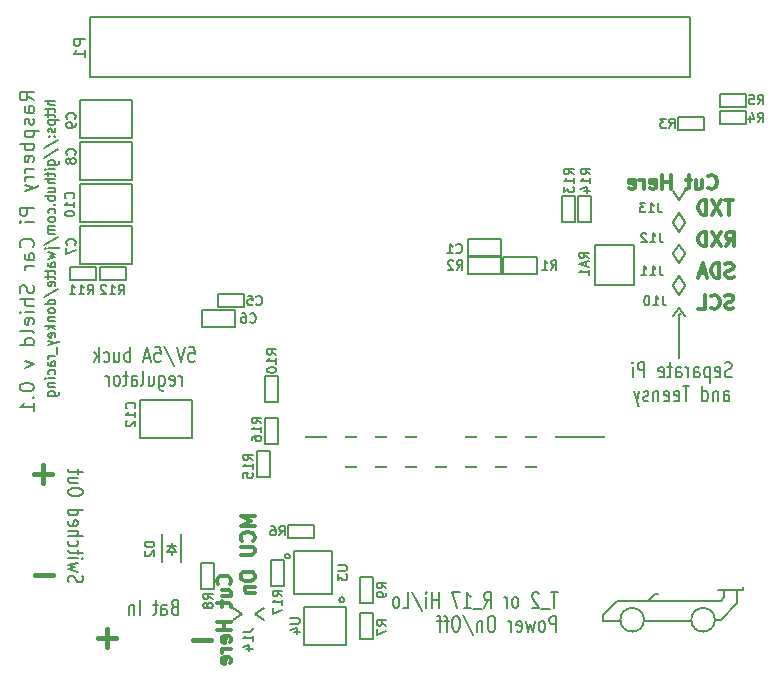
<source format=gbo>
G04 #@! TF.FileFunction,Legend,Bot*
%FSLAX46Y46*%
G04 Gerber Fmt 4.6, Leading zero omitted, Abs format (unit mm)*
G04 Created by KiCad (PCBNEW 4.0.2+dfsg1-stable) date Sat 19 Aug 2017 09:03:07 PM PDT*
%MOMM*%
G01*
G04 APERTURE LIST*
%ADD10C,0.100000*%
%ADD11C,0.200000*%
%ADD12C,0.400000*%
%ADD13C,0.150000*%
%ADD14C,0.300000*%
%ADD15C,0.127000*%
%ADD16C,0.500000*%
%ADD17C,1.506220*%
%ADD18O,1.300000X2.000000*%
%ADD19R,0.802640X1.102360*%
%ADD20R,0.701040X0.802640*%
%ADD21R,1.153160X2.753360*%
%ADD22R,0.450000X0.590000*%
%ADD23R,0.600000X1.000000*%
%ADD24R,1.000000X0.600000*%
%ADD25R,0.802640X0.701040*%
%ADD26R,1.102360X0.622300*%
%ADD27R,0.797560X0.899160*%
%ADD28R,0.899160X0.797560*%
%ADD29C,1.500000*%
%ADD30R,2.000000X1.600000*%
%ADD31O,2.000000X1.600000*%
%ADD32R,1.600000X2.000000*%
%ADD33O,1.600000X2.000000*%
%ADD34C,1.200000*%
%ADD35R,1.500000X1.500000*%
%ADD36O,1.500000X1.500000*%
G04 APERTURE END LIST*
D10*
D11*
X121704762Y-109678095D02*
X121133333Y-109678095D01*
X121419048Y-110978095D02*
X121419048Y-109678095D01*
X121038095Y-111101905D02*
X120276190Y-111101905D01*
X120085714Y-109801905D02*
X120038095Y-109740000D01*
X119942857Y-109678095D01*
X119704761Y-109678095D01*
X119609523Y-109740000D01*
X119561904Y-109801905D01*
X119514285Y-109925714D01*
X119514285Y-110049524D01*
X119561904Y-110235238D01*
X120133333Y-110978095D01*
X119514285Y-110978095D01*
X118180952Y-110978095D02*
X118276190Y-110916190D01*
X118323809Y-110854286D01*
X118371428Y-110730476D01*
X118371428Y-110359048D01*
X118323809Y-110235238D01*
X118276190Y-110173333D01*
X118180952Y-110111429D01*
X118038094Y-110111429D01*
X117942856Y-110173333D01*
X117895237Y-110235238D01*
X117847618Y-110359048D01*
X117847618Y-110730476D01*
X117895237Y-110854286D01*
X117942856Y-110916190D01*
X118038094Y-110978095D01*
X118180952Y-110978095D01*
X117419047Y-110978095D02*
X117419047Y-110111429D01*
X117419047Y-110359048D02*
X117371428Y-110235238D01*
X117323809Y-110173333D01*
X117228571Y-110111429D01*
X117133332Y-110111429D01*
X115466665Y-110978095D02*
X115799999Y-110359048D01*
X116038094Y-110978095D02*
X116038094Y-109678095D01*
X115657141Y-109678095D01*
X115561903Y-109740000D01*
X115514284Y-109801905D01*
X115466665Y-109925714D01*
X115466665Y-110111429D01*
X115514284Y-110235238D01*
X115561903Y-110297143D01*
X115657141Y-110359048D01*
X116038094Y-110359048D01*
X115276189Y-111101905D02*
X114514284Y-111101905D01*
X113752379Y-110978095D02*
X114323808Y-110978095D01*
X114038094Y-110978095D02*
X114038094Y-109678095D01*
X114133332Y-109863810D01*
X114228570Y-109987619D01*
X114323808Y-110049524D01*
X113419046Y-109678095D02*
X112752379Y-109678095D01*
X113180951Y-110978095D01*
X111609522Y-110978095D02*
X111609522Y-109678095D01*
X111609522Y-110297143D02*
X111038093Y-110297143D01*
X111038093Y-110978095D02*
X111038093Y-109678095D01*
X110561903Y-110978095D02*
X110561903Y-110111429D01*
X110561903Y-109678095D02*
X110609522Y-109740000D01*
X110561903Y-109801905D01*
X110514284Y-109740000D01*
X110561903Y-109678095D01*
X110561903Y-109801905D01*
X109371427Y-109616190D02*
X110228570Y-111287619D01*
X108561903Y-110978095D02*
X109038094Y-110978095D01*
X109038094Y-109678095D01*
X108085713Y-110978095D02*
X108180951Y-110916190D01*
X108228570Y-110854286D01*
X108276189Y-110730476D01*
X108276189Y-110359048D01*
X108228570Y-110235238D01*
X108180951Y-110173333D01*
X108085713Y-110111429D01*
X107942855Y-110111429D01*
X107847617Y-110173333D01*
X107799998Y-110235238D01*
X107752379Y-110359048D01*
X107752379Y-110730476D01*
X107799998Y-110854286D01*
X107847617Y-110916190D01*
X107942855Y-110978095D01*
X108085713Y-110978095D01*
X121561905Y-112998095D02*
X121561905Y-111698095D01*
X121180952Y-111698095D01*
X121085714Y-111760000D01*
X121038095Y-111821905D01*
X120990476Y-111945714D01*
X120990476Y-112131429D01*
X121038095Y-112255238D01*
X121085714Y-112317143D01*
X121180952Y-112379048D01*
X121561905Y-112379048D01*
X120419048Y-112998095D02*
X120514286Y-112936190D01*
X120561905Y-112874286D01*
X120609524Y-112750476D01*
X120609524Y-112379048D01*
X120561905Y-112255238D01*
X120514286Y-112193333D01*
X120419048Y-112131429D01*
X120276190Y-112131429D01*
X120180952Y-112193333D01*
X120133333Y-112255238D01*
X120085714Y-112379048D01*
X120085714Y-112750476D01*
X120133333Y-112874286D01*
X120180952Y-112936190D01*
X120276190Y-112998095D01*
X120419048Y-112998095D01*
X119752381Y-112131429D02*
X119561905Y-112998095D01*
X119371428Y-112379048D01*
X119180952Y-112998095D01*
X118990476Y-112131429D01*
X118228571Y-112936190D02*
X118323809Y-112998095D01*
X118514286Y-112998095D01*
X118609524Y-112936190D01*
X118657143Y-112812381D01*
X118657143Y-112317143D01*
X118609524Y-112193333D01*
X118514286Y-112131429D01*
X118323809Y-112131429D01*
X118228571Y-112193333D01*
X118180952Y-112317143D01*
X118180952Y-112440952D01*
X118657143Y-112564762D01*
X117752381Y-112998095D02*
X117752381Y-112131429D01*
X117752381Y-112379048D02*
X117704762Y-112255238D01*
X117657143Y-112193333D01*
X117561905Y-112131429D01*
X117466666Y-112131429D01*
X116180952Y-111698095D02*
X115990475Y-111698095D01*
X115895237Y-111760000D01*
X115799999Y-111883810D01*
X115752380Y-112131429D01*
X115752380Y-112564762D01*
X115799999Y-112812381D01*
X115895237Y-112936190D01*
X115990475Y-112998095D01*
X116180952Y-112998095D01*
X116276190Y-112936190D01*
X116371428Y-112812381D01*
X116419047Y-112564762D01*
X116419047Y-112131429D01*
X116371428Y-111883810D01*
X116276190Y-111760000D01*
X116180952Y-111698095D01*
X115323809Y-112131429D02*
X115323809Y-112998095D01*
X115323809Y-112255238D02*
X115276190Y-112193333D01*
X115180952Y-112131429D01*
X115038094Y-112131429D01*
X114942856Y-112193333D01*
X114895237Y-112317143D01*
X114895237Y-112998095D01*
X113704761Y-111636190D02*
X114561904Y-113307619D01*
X113180952Y-111698095D02*
X112990475Y-111698095D01*
X112895237Y-111760000D01*
X112799999Y-111883810D01*
X112752380Y-112131429D01*
X112752380Y-112564762D01*
X112799999Y-112812381D01*
X112895237Y-112936190D01*
X112990475Y-112998095D01*
X113180952Y-112998095D01*
X113276190Y-112936190D01*
X113371428Y-112812381D01*
X113419047Y-112564762D01*
X113419047Y-112131429D01*
X113371428Y-111883810D01*
X113276190Y-111760000D01*
X113180952Y-111698095D01*
X112466666Y-112131429D02*
X112085714Y-112131429D01*
X112323809Y-112998095D02*
X112323809Y-111883810D01*
X112276190Y-111760000D01*
X112180952Y-111698095D01*
X112085714Y-111698095D01*
X111895237Y-112131429D02*
X111514285Y-112131429D01*
X111752380Y-112998095D02*
X111752380Y-111883810D01*
X111704761Y-111760000D01*
X111609523Y-111698095D01*
X111514285Y-111698095D01*
X132100000Y-86100000D02*
X132000000Y-86100000D01*
X132000000Y-89800000D02*
X132000000Y-86100000D01*
X136414286Y-91416190D02*
X136271429Y-91478095D01*
X136033333Y-91478095D01*
X135938095Y-91416190D01*
X135890476Y-91354286D01*
X135842857Y-91230476D01*
X135842857Y-91106667D01*
X135890476Y-90982857D01*
X135938095Y-90920952D01*
X136033333Y-90859048D01*
X136223810Y-90797143D01*
X136319048Y-90735238D01*
X136366667Y-90673333D01*
X136414286Y-90549524D01*
X136414286Y-90425714D01*
X136366667Y-90301905D01*
X136319048Y-90240000D01*
X136223810Y-90178095D01*
X135985714Y-90178095D01*
X135842857Y-90240000D01*
X135033333Y-91416190D02*
X135128571Y-91478095D01*
X135319048Y-91478095D01*
X135414286Y-91416190D01*
X135461905Y-91292381D01*
X135461905Y-90797143D01*
X135414286Y-90673333D01*
X135319048Y-90611429D01*
X135128571Y-90611429D01*
X135033333Y-90673333D01*
X134985714Y-90797143D01*
X134985714Y-90920952D01*
X135461905Y-91044762D01*
X134557143Y-90611429D02*
X134557143Y-91911429D01*
X134557143Y-90673333D02*
X134461905Y-90611429D01*
X134271428Y-90611429D01*
X134176190Y-90673333D01*
X134128571Y-90735238D01*
X134080952Y-90859048D01*
X134080952Y-91230476D01*
X134128571Y-91354286D01*
X134176190Y-91416190D01*
X134271428Y-91478095D01*
X134461905Y-91478095D01*
X134557143Y-91416190D01*
X133223809Y-91478095D02*
X133223809Y-90797143D01*
X133271428Y-90673333D01*
X133366666Y-90611429D01*
X133557143Y-90611429D01*
X133652381Y-90673333D01*
X133223809Y-91416190D02*
X133319047Y-91478095D01*
X133557143Y-91478095D01*
X133652381Y-91416190D01*
X133700000Y-91292381D01*
X133700000Y-91168571D01*
X133652381Y-91044762D01*
X133557143Y-90982857D01*
X133319047Y-90982857D01*
X133223809Y-90920952D01*
X132747619Y-91478095D02*
X132747619Y-90611429D01*
X132747619Y-90859048D02*
X132700000Y-90735238D01*
X132652381Y-90673333D01*
X132557143Y-90611429D01*
X132461904Y-90611429D01*
X131699999Y-91478095D02*
X131699999Y-90797143D01*
X131747618Y-90673333D01*
X131842856Y-90611429D01*
X132033333Y-90611429D01*
X132128571Y-90673333D01*
X131699999Y-91416190D02*
X131795237Y-91478095D01*
X132033333Y-91478095D01*
X132128571Y-91416190D01*
X132176190Y-91292381D01*
X132176190Y-91168571D01*
X132128571Y-91044762D01*
X132033333Y-90982857D01*
X131795237Y-90982857D01*
X131699999Y-90920952D01*
X131366666Y-90611429D02*
X130985714Y-90611429D01*
X131223809Y-90178095D02*
X131223809Y-91292381D01*
X131176190Y-91416190D01*
X131080952Y-91478095D01*
X130985714Y-91478095D01*
X130271427Y-91416190D02*
X130366665Y-91478095D01*
X130557142Y-91478095D01*
X130652380Y-91416190D01*
X130699999Y-91292381D01*
X130699999Y-90797143D01*
X130652380Y-90673333D01*
X130557142Y-90611429D01*
X130366665Y-90611429D01*
X130271427Y-90673333D01*
X130223808Y-90797143D01*
X130223808Y-90920952D01*
X130699999Y-91044762D01*
X129033332Y-91478095D02*
X129033332Y-90178095D01*
X128652379Y-90178095D01*
X128557141Y-90240000D01*
X128509522Y-90301905D01*
X128461903Y-90425714D01*
X128461903Y-90611429D01*
X128509522Y-90735238D01*
X128557141Y-90797143D01*
X128652379Y-90859048D01*
X129033332Y-90859048D01*
X128033332Y-91478095D02*
X128033332Y-90611429D01*
X128033332Y-90178095D02*
X128080951Y-90240000D01*
X128033332Y-90301905D01*
X127985713Y-90240000D01*
X128033332Y-90178095D01*
X128033332Y-90301905D01*
X135747619Y-93498095D02*
X135747619Y-92817143D01*
X135795238Y-92693333D01*
X135890476Y-92631429D01*
X136080953Y-92631429D01*
X136176191Y-92693333D01*
X135747619Y-93436190D02*
X135842857Y-93498095D01*
X136080953Y-93498095D01*
X136176191Y-93436190D01*
X136223810Y-93312381D01*
X136223810Y-93188571D01*
X136176191Y-93064762D01*
X136080953Y-93002857D01*
X135842857Y-93002857D01*
X135747619Y-92940952D01*
X135271429Y-92631429D02*
X135271429Y-93498095D01*
X135271429Y-92755238D02*
X135223810Y-92693333D01*
X135128572Y-92631429D01*
X134985714Y-92631429D01*
X134890476Y-92693333D01*
X134842857Y-92817143D01*
X134842857Y-93498095D01*
X133938095Y-93498095D02*
X133938095Y-92198095D01*
X133938095Y-93436190D02*
X134033333Y-93498095D01*
X134223810Y-93498095D01*
X134319048Y-93436190D01*
X134366667Y-93374286D01*
X134414286Y-93250476D01*
X134414286Y-92879048D01*
X134366667Y-92755238D01*
X134319048Y-92693333D01*
X134223810Y-92631429D01*
X134033333Y-92631429D01*
X133938095Y-92693333D01*
X132842857Y-92198095D02*
X132271428Y-92198095D01*
X132557143Y-93498095D02*
X132557143Y-92198095D01*
X131557142Y-93436190D02*
X131652380Y-93498095D01*
X131842857Y-93498095D01*
X131938095Y-93436190D01*
X131985714Y-93312381D01*
X131985714Y-92817143D01*
X131938095Y-92693333D01*
X131842857Y-92631429D01*
X131652380Y-92631429D01*
X131557142Y-92693333D01*
X131509523Y-92817143D01*
X131509523Y-92940952D01*
X131985714Y-93064762D01*
X130699999Y-93436190D02*
X130795237Y-93498095D01*
X130985714Y-93498095D01*
X131080952Y-93436190D01*
X131128571Y-93312381D01*
X131128571Y-92817143D01*
X131080952Y-92693333D01*
X130985714Y-92631429D01*
X130795237Y-92631429D01*
X130699999Y-92693333D01*
X130652380Y-92817143D01*
X130652380Y-92940952D01*
X131128571Y-93064762D01*
X130223809Y-92631429D02*
X130223809Y-93498095D01*
X130223809Y-92755238D02*
X130176190Y-92693333D01*
X130080952Y-92631429D01*
X129938094Y-92631429D01*
X129842856Y-92693333D01*
X129795237Y-92817143D01*
X129795237Y-93498095D01*
X129366666Y-93436190D02*
X129271428Y-93498095D01*
X129080952Y-93498095D01*
X128985713Y-93436190D01*
X128938094Y-93312381D01*
X128938094Y-93250476D01*
X128985713Y-93126667D01*
X129080952Y-93064762D01*
X129223809Y-93064762D01*
X129319047Y-93002857D01*
X129366666Y-92879048D01*
X129366666Y-92817143D01*
X129319047Y-92693333D01*
X129223809Y-92631429D01*
X129080952Y-92631429D01*
X128985713Y-92693333D01*
X128604761Y-92631429D02*
X128366666Y-93498095D01*
X128128570Y-92631429D02*
X128366666Y-93498095D01*
X128461904Y-93807619D01*
X128509523Y-93869524D01*
X128604761Y-93931429D01*
X90438095Y-88878095D02*
X90914286Y-88878095D01*
X90961905Y-89497143D01*
X90914286Y-89435238D01*
X90819048Y-89373333D01*
X90580952Y-89373333D01*
X90485714Y-89435238D01*
X90438095Y-89497143D01*
X90390476Y-89620952D01*
X90390476Y-89930476D01*
X90438095Y-90054286D01*
X90485714Y-90116190D01*
X90580952Y-90178095D01*
X90819048Y-90178095D01*
X90914286Y-90116190D01*
X90961905Y-90054286D01*
X90104762Y-88878095D02*
X89771429Y-90178095D01*
X89438095Y-88878095D01*
X88390476Y-88816190D02*
X89247619Y-90487619D01*
X87580952Y-88878095D02*
X88057143Y-88878095D01*
X88104762Y-89497143D01*
X88057143Y-89435238D01*
X87961905Y-89373333D01*
X87723809Y-89373333D01*
X87628571Y-89435238D01*
X87580952Y-89497143D01*
X87533333Y-89620952D01*
X87533333Y-89930476D01*
X87580952Y-90054286D01*
X87628571Y-90116190D01*
X87723809Y-90178095D01*
X87961905Y-90178095D01*
X88057143Y-90116190D01*
X88104762Y-90054286D01*
X87152381Y-89806667D02*
X86676190Y-89806667D01*
X87247619Y-90178095D02*
X86914286Y-88878095D01*
X86580952Y-90178095D01*
X85485714Y-90178095D02*
X85485714Y-88878095D01*
X85485714Y-89373333D02*
X85390476Y-89311429D01*
X85199999Y-89311429D01*
X85104761Y-89373333D01*
X85057142Y-89435238D01*
X85009523Y-89559048D01*
X85009523Y-89930476D01*
X85057142Y-90054286D01*
X85104761Y-90116190D01*
X85199999Y-90178095D01*
X85390476Y-90178095D01*
X85485714Y-90116190D01*
X84152380Y-89311429D02*
X84152380Y-90178095D01*
X84580952Y-89311429D02*
X84580952Y-89992381D01*
X84533333Y-90116190D01*
X84438095Y-90178095D01*
X84295237Y-90178095D01*
X84199999Y-90116190D01*
X84152380Y-90054286D01*
X83247618Y-90116190D02*
X83342856Y-90178095D01*
X83533333Y-90178095D01*
X83628571Y-90116190D01*
X83676190Y-90054286D01*
X83723809Y-89930476D01*
X83723809Y-89559048D01*
X83676190Y-89435238D01*
X83628571Y-89373333D01*
X83533333Y-89311429D01*
X83342856Y-89311429D01*
X83247618Y-89373333D01*
X82819047Y-90178095D02*
X82819047Y-88878095D01*
X82723809Y-89682857D02*
X82438094Y-90178095D01*
X82438094Y-89311429D02*
X82819047Y-89806667D01*
X89866668Y-92198095D02*
X89866668Y-91331429D01*
X89866668Y-91579048D02*
X89819049Y-91455238D01*
X89771430Y-91393333D01*
X89676192Y-91331429D01*
X89580953Y-91331429D01*
X88866667Y-92136190D02*
X88961905Y-92198095D01*
X89152382Y-92198095D01*
X89247620Y-92136190D01*
X89295239Y-92012381D01*
X89295239Y-91517143D01*
X89247620Y-91393333D01*
X89152382Y-91331429D01*
X88961905Y-91331429D01*
X88866667Y-91393333D01*
X88819048Y-91517143D01*
X88819048Y-91640952D01*
X89295239Y-91764762D01*
X87961905Y-91331429D02*
X87961905Y-92383810D01*
X88009524Y-92507619D01*
X88057143Y-92569524D01*
X88152382Y-92631429D01*
X88295239Y-92631429D01*
X88390477Y-92569524D01*
X87961905Y-92136190D02*
X88057143Y-92198095D01*
X88247620Y-92198095D01*
X88342858Y-92136190D01*
X88390477Y-92074286D01*
X88438096Y-91950476D01*
X88438096Y-91579048D01*
X88390477Y-91455238D01*
X88342858Y-91393333D01*
X88247620Y-91331429D01*
X88057143Y-91331429D01*
X87961905Y-91393333D01*
X87057143Y-91331429D02*
X87057143Y-92198095D01*
X87485715Y-91331429D02*
X87485715Y-92012381D01*
X87438096Y-92136190D01*
X87342858Y-92198095D01*
X87200000Y-92198095D01*
X87104762Y-92136190D01*
X87057143Y-92074286D01*
X86438096Y-92198095D02*
X86533334Y-92136190D01*
X86580953Y-92012381D01*
X86580953Y-90898095D01*
X85628571Y-92198095D02*
X85628571Y-91517143D01*
X85676190Y-91393333D01*
X85771428Y-91331429D01*
X85961905Y-91331429D01*
X86057143Y-91393333D01*
X85628571Y-92136190D02*
X85723809Y-92198095D01*
X85961905Y-92198095D01*
X86057143Y-92136190D01*
X86104762Y-92012381D01*
X86104762Y-91888571D01*
X86057143Y-91764762D01*
X85961905Y-91702857D01*
X85723809Y-91702857D01*
X85628571Y-91640952D01*
X85295238Y-91331429D02*
X84914286Y-91331429D01*
X85152381Y-90898095D02*
X85152381Y-92012381D01*
X85104762Y-92136190D01*
X85009524Y-92198095D01*
X84914286Y-92198095D01*
X84438095Y-92198095D02*
X84533333Y-92136190D01*
X84580952Y-92074286D01*
X84628571Y-91950476D01*
X84628571Y-91579048D01*
X84580952Y-91455238D01*
X84533333Y-91393333D01*
X84438095Y-91331429D01*
X84295237Y-91331429D01*
X84199999Y-91393333D01*
X84152380Y-91455238D01*
X84104761Y-91579048D01*
X84104761Y-91950476D01*
X84152380Y-92074286D01*
X84199999Y-92136190D01*
X84295237Y-92198095D01*
X84438095Y-92198095D01*
X83676190Y-92198095D02*
X83676190Y-91331429D01*
X83676190Y-91579048D02*
X83628571Y-91455238D01*
X83580952Y-91393333D01*
X83485714Y-91331429D01*
X83390475Y-91331429D01*
X80273810Y-108838096D02*
X80211905Y-108695239D01*
X80211905Y-108457143D01*
X80273810Y-108361905D01*
X80335714Y-108314286D01*
X80459524Y-108266667D01*
X80583333Y-108266667D01*
X80707143Y-108314286D01*
X80769048Y-108361905D01*
X80830952Y-108457143D01*
X80892857Y-108647620D01*
X80954762Y-108742858D01*
X81016667Y-108790477D01*
X81140476Y-108838096D01*
X81264286Y-108838096D01*
X81388095Y-108790477D01*
X81450000Y-108742858D01*
X81511905Y-108647620D01*
X81511905Y-108409524D01*
X81450000Y-108266667D01*
X81078571Y-107933334D02*
X80211905Y-107742858D01*
X80830952Y-107552381D01*
X80211905Y-107361905D01*
X81078571Y-107171429D01*
X80211905Y-106790477D02*
X81078571Y-106790477D01*
X81511905Y-106790477D02*
X81450000Y-106838096D01*
X81388095Y-106790477D01*
X81450000Y-106742858D01*
X81511905Y-106790477D01*
X81388095Y-106790477D01*
X81078571Y-106457144D02*
X81078571Y-106076192D01*
X81511905Y-106314287D02*
X80397619Y-106314287D01*
X80273810Y-106266668D01*
X80211905Y-106171430D01*
X80211905Y-106076192D01*
X80273810Y-105314286D02*
X80211905Y-105409524D01*
X80211905Y-105600001D01*
X80273810Y-105695239D01*
X80335714Y-105742858D01*
X80459524Y-105790477D01*
X80830952Y-105790477D01*
X80954762Y-105742858D01*
X81016667Y-105695239D01*
X81078571Y-105600001D01*
X81078571Y-105409524D01*
X81016667Y-105314286D01*
X80211905Y-104885715D02*
X81511905Y-104885715D01*
X80211905Y-104457143D02*
X80892857Y-104457143D01*
X81016667Y-104504762D01*
X81078571Y-104600000D01*
X81078571Y-104742858D01*
X81016667Y-104838096D01*
X80954762Y-104885715D01*
X80273810Y-103600000D02*
X80211905Y-103695238D01*
X80211905Y-103885715D01*
X80273810Y-103980953D01*
X80397619Y-104028572D01*
X80892857Y-104028572D01*
X81016667Y-103980953D01*
X81078571Y-103885715D01*
X81078571Y-103695238D01*
X81016667Y-103600000D01*
X80892857Y-103552381D01*
X80769048Y-103552381D01*
X80645238Y-104028572D01*
X80211905Y-102695238D02*
X81511905Y-102695238D01*
X80273810Y-102695238D02*
X80211905Y-102790476D01*
X80211905Y-102980953D01*
X80273810Y-103076191D01*
X80335714Y-103123810D01*
X80459524Y-103171429D01*
X80830952Y-103171429D01*
X80954762Y-103123810D01*
X81016667Y-103076191D01*
X81078571Y-102980953D01*
X81078571Y-102790476D01*
X81016667Y-102695238D01*
X81511905Y-101266667D02*
X81511905Y-101076190D01*
X81450000Y-100980952D01*
X81326190Y-100885714D01*
X81078571Y-100838095D01*
X80645238Y-100838095D01*
X80397619Y-100885714D01*
X80273810Y-100980952D01*
X80211905Y-101076190D01*
X80211905Y-101266667D01*
X80273810Y-101361905D01*
X80397619Y-101457143D01*
X80645238Y-101504762D01*
X81078571Y-101504762D01*
X81326190Y-101457143D01*
X81450000Y-101361905D01*
X81511905Y-101266667D01*
X81078571Y-99980952D02*
X80211905Y-99980952D01*
X81078571Y-100409524D02*
X80397619Y-100409524D01*
X80273810Y-100361905D01*
X80211905Y-100266667D01*
X80211905Y-100123809D01*
X80273810Y-100028571D01*
X80335714Y-99980952D01*
X81078571Y-99647619D02*
X81078571Y-99266667D01*
X81511905Y-99504762D02*
X80397619Y-99504762D01*
X80273810Y-99457143D01*
X80211905Y-99361905D01*
X80211905Y-99266667D01*
X89238095Y-110907143D02*
X89095238Y-110969048D01*
X89047619Y-111030952D01*
X89000000Y-111154762D01*
X89000000Y-111340476D01*
X89047619Y-111464286D01*
X89095238Y-111526190D01*
X89190476Y-111588095D01*
X89571429Y-111588095D01*
X89571429Y-110288095D01*
X89238095Y-110288095D01*
X89142857Y-110350000D01*
X89095238Y-110411905D01*
X89047619Y-110535714D01*
X89047619Y-110659524D01*
X89095238Y-110783333D01*
X89142857Y-110845238D01*
X89238095Y-110907143D01*
X89571429Y-110907143D01*
X88142857Y-111588095D02*
X88142857Y-110907143D01*
X88190476Y-110783333D01*
X88285714Y-110721429D01*
X88476191Y-110721429D01*
X88571429Y-110783333D01*
X88142857Y-111526190D02*
X88238095Y-111588095D01*
X88476191Y-111588095D01*
X88571429Y-111526190D01*
X88619048Y-111402381D01*
X88619048Y-111278571D01*
X88571429Y-111154762D01*
X88476191Y-111092857D01*
X88238095Y-111092857D01*
X88142857Y-111030952D01*
X87809524Y-110721429D02*
X87428572Y-110721429D01*
X87666667Y-110288095D02*
X87666667Y-111402381D01*
X87619048Y-111526190D01*
X87523810Y-111588095D01*
X87428572Y-111588095D01*
X86333333Y-111588095D02*
X86333333Y-110288095D01*
X85857143Y-110721429D02*
X85857143Y-111588095D01*
X85857143Y-110845238D02*
X85809524Y-110783333D01*
X85714286Y-110721429D01*
X85571428Y-110721429D01*
X85476190Y-110783333D01*
X85428571Y-110907143D01*
X85428571Y-111588095D01*
D12*
X92361905Y-113742857D02*
X90838095Y-113742857D01*
X84261905Y-113542857D02*
X82738095Y-113542857D01*
X83500000Y-114304762D02*
X83500000Y-112780952D01*
X78961905Y-108242857D02*
X77438095Y-108242857D01*
X78861905Y-99642857D02*
X77338095Y-99642857D01*
X78100000Y-100404762D02*
X78100000Y-98880952D01*
D11*
X126600000Y-96500000D02*
X126600000Y-96400000D01*
X113100000Y-96500000D02*
X126600000Y-96500000D01*
X99500000Y-96500000D02*
X110600000Y-96500000D01*
X102900000Y-99100000D02*
X120700000Y-99100000D01*
X125500000Y-112100000D02*
X127000000Y-112100000D01*
X129900000Y-109800000D02*
X130200000Y-109800000D01*
X129300000Y-110400000D02*
X129900000Y-109800000D01*
X125500000Y-111600000D02*
X125500000Y-112100000D01*
X126700000Y-110400000D02*
X125500000Y-111600000D01*
X135500000Y-110400000D02*
X126700000Y-110400000D01*
X135800000Y-110100000D02*
X135500000Y-110400000D01*
X135800000Y-109600000D02*
X135800000Y-110100000D01*
X137400000Y-109500000D02*
X137400000Y-109200000D01*
X137400000Y-109500000D02*
X135300000Y-109500000D01*
X136900000Y-110400000D02*
X136900000Y-109500000D01*
X136900000Y-110600000D02*
X136900000Y-110400000D01*
X135500000Y-112000000D02*
X136900000Y-110600000D01*
X135000000Y-112000000D02*
X135500000Y-112000000D01*
X129000000Y-112100000D02*
X133000000Y-112100000D01*
X135000000Y-112000000D02*
G75*
G03X135000000Y-112000000I-1000000J0D01*
G01*
X129000000Y-112000000D02*
G75*
G03X129000000Y-112000000I-1000000J0D01*
G01*
D13*
X79172543Y-68067208D02*
X78272543Y-68067208D01*
X79172543Y-68410065D02*
X78701114Y-68410065D01*
X78615400Y-68371970D01*
X78572543Y-68295780D01*
X78572543Y-68181494D01*
X78615400Y-68105303D01*
X78658257Y-68067208D01*
X78572543Y-68676732D02*
X78572543Y-68981494D01*
X78272543Y-68791018D02*
X79043971Y-68791018D01*
X79129686Y-68829113D01*
X79172543Y-68905304D01*
X79172543Y-68981494D01*
X78572543Y-69133875D02*
X78572543Y-69438637D01*
X78272543Y-69248161D02*
X79043971Y-69248161D01*
X79129686Y-69286256D01*
X79172543Y-69362447D01*
X79172543Y-69438637D01*
X78572543Y-69705304D02*
X79472543Y-69705304D01*
X78615400Y-69705304D02*
X78572543Y-69781495D01*
X78572543Y-69933876D01*
X78615400Y-70010066D01*
X78658257Y-70048161D01*
X78743971Y-70086257D01*
X79001114Y-70086257D01*
X79086829Y-70048161D01*
X79129686Y-70010066D01*
X79172543Y-69933876D01*
X79172543Y-69781495D01*
X79129686Y-69705304D01*
X79129686Y-70391019D02*
X79172543Y-70467209D01*
X79172543Y-70619590D01*
X79129686Y-70695781D01*
X79043971Y-70733876D01*
X79001114Y-70733876D01*
X78915400Y-70695781D01*
X78872543Y-70619590D01*
X78872543Y-70505305D01*
X78829686Y-70429114D01*
X78743971Y-70391019D01*
X78701114Y-70391019D01*
X78615400Y-70429114D01*
X78572543Y-70505305D01*
X78572543Y-70619590D01*
X78615400Y-70695781D01*
X79086829Y-71076733D02*
X79129686Y-71114828D01*
X79172543Y-71076733D01*
X79129686Y-71038638D01*
X79086829Y-71076733D01*
X79172543Y-71076733D01*
X78615400Y-71076733D02*
X78658257Y-71114828D01*
X78701114Y-71076733D01*
X78658257Y-71038638D01*
X78615400Y-71076733D01*
X78701114Y-71076733D01*
X78229686Y-72029114D02*
X79386829Y-71343399D01*
X78229686Y-72867209D02*
X79386829Y-72181494D01*
X78572543Y-73476732D02*
X79301114Y-73476732D01*
X79386829Y-73438637D01*
X79429686Y-73400542D01*
X79472543Y-73324351D01*
X79472543Y-73210066D01*
X79429686Y-73133875D01*
X79129686Y-73476732D02*
X79172543Y-73400542D01*
X79172543Y-73248161D01*
X79129686Y-73171970D01*
X79086829Y-73133875D01*
X79001114Y-73095780D01*
X78743971Y-73095780D01*
X78658257Y-73133875D01*
X78615400Y-73171970D01*
X78572543Y-73248161D01*
X78572543Y-73400542D01*
X78615400Y-73476732D01*
X79172543Y-73857685D02*
X78572543Y-73857685D01*
X78272543Y-73857685D02*
X78315400Y-73819590D01*
X78358257Y-73857685D01*
X78315400Y-73895780D01*
X78272543Y-73857685D01*
X78358257Y-73857685D01*
X78572543Y-74124351D02*
X78572543Y-74429113D01*
X78272543Y-74238637D02*
X79043971Y-74238637D01*
X79129686Y-74276732D01*
X79172543Y-74352923D01*
X79172543Y-74429113D01*
X79172543Y-74695780D02*
X78272543Y-74695780D01*
X79172543Y-75038637D02*
X78701114Y-75038637D01*
X78615400Y-75000542D01*
X78572543Y-74924352D01*
X78572543Y-74810066D01*
X78615400Y-74733875D01*
X78658257Y-74695780D01*
X78572543Y-75762447D02*
X79172543Y-75762447D01*
X78572543Y-75419590D02*
X79043971Y-75419590D01*
X79129686Y-75457685D01*
X79172543Y-75533876D01*
X79172543Y-75648162D01*
X79129686Y-75724352D01*
X79086829Y-75762447D01*
X79172543Y-76143400D02*
X78272543Y-76143400D01*
X78615400Y-76143400D02*
X78572543Y-76219591D01*
X78572543Y-76371972D01*
X78615400Y-76448162D01*
X78658257Y-76486257D01*
X78743971Y-76524353D01*
X79001114Y-76524353D01*
X79086829Y-76486257D01*
X79129686Y-76448162D01*
X79172543Y-76371972D01*
X79172543Y-76219591D01*
X79129686Y-76143400D01*
X79086829Y-76867210D02*
X79129686Y-76905305D01*
X79172543Y-76867210D01*
X79129686Y-76829115D01*
X79086829Y-76867210D01*
X79172543Y-76867210D01*
X79129686Y-77591019D02*
X79172543Y-77514829D01*
X79172543Y-77362448D01*
X79129686Y-77286257D01*
X79086829Y-77248162D01*
X79001114Y-77210067D01*
X78743971Y-77210067D01*
X78658257Y-77248162D01*
X78615400Y-77286257D01*
X78572543Y-77362448D01*
X78572543Y-77514829D01*
X78615400Y-77591019D01*
X79172543Y-78048162D02*
X79129686Y-77971971D01*
X79086829Y-77933876D01*
X79001114Y-77895781D01*
X78743971Y-77895781D01*
X78658257Y-77933876D01*
X78615400Y-77971971D01*
X78572543Y-78048162D01*
X78572543Y-78162448D01*
X78615400Y-78238638D01*
X78658257Y-78276733D01*
X78743971Y-78314829D01*
X79001114Y-78314829D01*
X79086829Y-78276733D01*
X79129686Y-78238638D01*
X79172543Y-78162448D01*
X79172543Y-78048162D01*
X79172543Y-78657686D02*
X78572543Y-78657686D01*
X78658257Y-78657686D02*
X78615400Y-78695781D01*
X78572543Y-78771972D01*
X78572543Y-78886258D01*
X78615400Y-78962448D01*
X78701114Y-79000543D01*
X79172543Y-79000543D01*
X78701114Y-79000543D02*
X78615400Y-79038639D01*
X78572543Y-79114829D01*
X78572543Y-79229115D01*
X78615400Y-79305305D01*
X78701114Y-79343400D01*
X79172543Y-79343400D01*
X78229686Y-80295782D02*
X79386829Y-79610067D01*
X78572543Y-80562448D02*
X79343971Y-80562448D01*
X79429686Y-80524353D01*
X79472543Y-80448162D01*
X79472543Y-80410067D01*
X78272543Y-80562448D02*
X78315400Y-80524353D01*
X78358257Y-80562448D01*
X78315400Y-80600543D01*
X78272543Y-80562448D01*
X78358257Y-80562448D01*
X78572543Y-80867210D02*
X79172543Y-81019591D01*
X78743971Y-81171972D01*
X79172543Y-81324353D01*
X78572543Y-81476734D01*
X79172543Y-82124352D02*
X78701114Y-82124352D01*
X78615400Y-82086257D01*
X78572543Y-82010067D01*
X78572543Y-81857686D01*
X78615400Y-81781495D01*
X79129686Y-82124352D02*
X79172543Y-82048162D01*
X79172543Y-81857686D01*
X79129686Y-81781495D01*
X79043971Y-81743400D01*
X78958257Y-81743400D01*
X78872543Y-81781495D01*
X78829686Y-81857686D01*
X78829686Y-82048162D01*
X78786829Y-82124352D01*
X78572543Y-82391019D02*
X78572543Y-82695781D01*
X78272543Y-82505305D02*
X79043971Y-82505305D01*
X79129686Y-82543400D01*
X79172543Y-82619591D01*
X79172543Y-82695781D01*
X78572543Y-82848162D02*
X78572543Y-83152924D01*
X78272543Y-82962448D02*
X79043971Y-82962448D01*
X79129686Y-83000543D01*
X79172543Y-83076734D01*
X79172543Y-83152924D01*
X79129686Y-83724353D02*
X79172543Y-83648163D01*
X79172543Y-83495782D01*
X79129686Y-83419591D01*
X79043971Y-83381496D01*
X78701114Y-83381496D01*
X78615400Y-83419591D01*
X78572543Y-83495782D01*
X78572543Y-83648163D01*
X78615400Y-83724353D01*
X78701114Y-83762448D01*
X78786829Y-83762448D01*
X78872543Y-83381496D01*
X78229686Y-84676734D02*
X79386829Y-83991019D01*
X79172543Y-85286257D02*
X78272543Y-85286257D01*
X79129686Y-85286257D02*
X79172543Y-85210067D01*
X79172543Y-85057686D01*
X79129686Y-84981495D01*
X79086829Y-84943400D01*
X79001114Y-84905305D01*
X78743971Y-84905305D01*
X78658257Y-84943400D01*
X78615400Y-84981495D01*
X78572543Y-85057686D01*
X78572543Y-85210067D01*
X78615400Y-85286257D01*
X79172543Y-85781496D02*
X79129686Y-85705305D01*
X79086829Y-85667210D01*
X79001114Y-85629115D01*
X78743971Y-85629115D01*
X78658257Y-85667210D01*
X78615400Y-85705305D01*
X78572543Y-85781496D01*
X78572543Y-85895782D01*
X78615400Y-85971972D01*
X78658257Y-86010067D01*
X78743971Y-86048163D01*
X79001114Y-86048163D01*
X79086829Y-86010067D01*
X79129686Y-85971972D01*
X79172543Y-85895782D01*
X79172543Y-85781496D01*
X78572543Y-86391020D02*
X79172543Y-86391020D01*
X78658257Y-86391020D02*
X78615400Y-86429115D01*
X78572543Y-86505306D01*
X78572543Y-86619592D01*
X78615400Y-86695782D01*
X78701114Y-86733877D01*
X79172543Y-86733877D01*
X79172543Y-87114830D02*
X78272543Y-87114830D01*
X78829686Y-87191021D02*
X79172543Y-87419592D01*
X78572543Y-87419592D02*
X78915400Y-87114830D01*
X79129686Y-88067211D02*
X79172543Y-87991021D01*
X79172543Y-87838640D01*
X79129686Y-87762449D01*
X79043971Y-87724354D01*
X78701114Y-87724354D01*
X78615400Y-87762449D01*
X78572543Y-87838640D01*
X78572543Y-87991021D01*
X78615400Y-88067211D01*
X78701114Y-88105306D01*
X78786829Y-88105306D01*
X78872543Y-87724354D01*
X78572543Y-88371973D02*
X79172543Y-88562449D01*
X78572543Y-88752925D02*
X79172543Y-88562449D01*
X79386829Y-88486258D01*
X79429686Y-88448163D01*
X79472543Y-88371973D01*
X79258257Y-88867211D02*
X79258257Y-89476735D01*
X79172543Y-89667211D02*
X78572543Y-89667211D01*
X78743971Y-89667211D02*
X78658257Y-89705306D01*
X78615400Y-89743402D01*
X78572543Y-89819592D01*
X78572543Y-89895783D01*
X79172543Y-90505306D02*
X78701114Y-90505306D01*
X78615400Y-90467211D01*
X78572543Y-90391021D01*
X78572543Y-90238640D01*
X78615400Y-90162449D01*
X79129686Y-90505306D02*
X79172543Y-90429116D01*
X79172543Y-90238640D01*
X79129686Y-90162449D01*
X79043971Y-90124354D01*
X78958257Y-90124354D01*
X78872543Y-90162449D01*
X78829686Y-90238640D01*
X78829686Y-90429116D01*
X78786829Y-90505306D01*
X79129686Y-91229116D02*
X79172543Y-91152926D01*
X79172543Y-91000545D01*
X79129686Y-90924354D01*
X79086829Y-90886259D01*
X79001114Y-90848164D01*
X78743971Y-90848164D01*
X78658257Y-90886259D01*
X78615400Y-90924354D01*
X78572543Y-91000545D01*
X78572543Y-91152926D01*
X78615400Y-91229116D01*
X79172543Y-91571973D02*
X78572543Y-91571973D01*
X78272543Y-91571973D02*
X78315400Y-91533878D01*
X78358257Y-91571973D01*
X78315400Y-91610068D01*
X78272543Y-91571973D01*
X78358257Y-91571973D01*
X78572543Y-91952925D02*
X79172543Y-91952925D01*
X78658257Y-91952925D02*
X78615400Y-91991020D01*
X78572543Y-92067211D01*
X78572543Y-92181497D01*
X78615400Y-92257687D01*
X78701114Y-92295782D01*
X79172543Y-92295782D01*
X78572543Y-93019592D02*
X79301114Y-93019592D01*
X79386829Y-92981497D01*
X79429686Y-92943402D01*
X79472543Y-92867211D01*
X79472543Y-92752926D01*
X79429686Y-92676735D01*
X79129686Y-93019592D02*
X79172543Y-92943402D01*
X79172543Y-92791021D01*
X79129686Y-92714830D01*
X79086829Y-92676735D01*
X79001114Y-92638640D01*
X78743971Y-92638640D01*
X78658257Y-92676735D01*
X78615400Y-92714830D01*
X78572543Y-92791021D01*
X78572543Y-92943402D01*
X78615400Y-93019592D01*
D11*
X77352457Y-68022801D02*
X76781029Y-67622801D01*
X77352457Y-67337086D02*
X76152457Y-67337086D01*
X76152457Y-67794229D01*
X76209600Y-67908515D01*
X76266743Y-67965658D01*
X76381029Y-68022801D01*
X76552457Y-68022801D01*
X76666743Y-67965658D01*
X76723886Y-67908515D01*
X76781029Y-67794229D01*
X76781029Y-67337086D01*
X77352457Y-69051372D02*
X76723886Y-69051372D01*
X76609600Y-68994229D01*
X76552457Y-68879943D01*
X76552457Y-68651372D01*
X76609600Y-68537086D01*
X77295314Y-69051372D02*
X77352457Y-68937086D01*
X77352457Y-68651372D01*
X77295314Y-68537086D01*
X77181029Y-68479943D01*
X77066743Y-68479943D01*
X76952457Y-68537086D01*
X76895314Y-68651372D01*
X76895314Y-68937086D01*
X76838171Y-69051372D01*
X77295314Y-69565657D02*
X77352457Y-69679943D01*
X77352457Y-69908515D01*
X77295314Y-70022800D01*
X77181029Y-70079943D01*
X77123886Y-70079943D01*
X77009600Y-70022800D01*
X76952457Y-69908515D01*
X76952457Y-69737086D01*
X76895314Y-69622800D01*
X76781029Y-69565657D01*
X76723886Y-69565657D01*
X76609600Y-69622800D01*
X76552457Y-69737086D01*
X76552457Y-69908515D01*
X76609600Y-70022800D01*
X76552457Y-70594229D02*
X77752457Y-70594229D01*
X76609600Y-70594229D02*
X76552457Y-70708515D01*
X76552457Y-70937086D01*
X76609600Y-71051372D01*
X76666743Y-71108515D01*
X76781029Y-71165658D01*
X77123886Y-71165658D01*
X77238171Y-71108515D01*
X77295314Y-71051372D01*
X77352457Y-70937086D01*
X77352457Y-70708515D01*
X77295314Y-70594229D01*
X77352457Y-71679943D02*
X76152457Y-71679943D01*
X76609600Y-71679943D02*
X76552457Y-71794229D01*
X76552457Y-72022800D01*
X76609600Y-72137086D01*
X76666743Y-72194229D01*
X76781029Y-72251372D01*
X77123886Y-72251372D01*
X77238171Y-72194229D01*
X77295314Y-72137086D01*
X77352457Y-72022800D01*
X77352457Y-71794229D01*
X77295314Y-71679943D01*
X77295314Y-73222800D02*
X77352457Y-73108514D01*
X77352457Y-72879943D01*
X77295314Y-72765657D01*
X77181029Y-72708514D01*
X76723886Y-72708514D01*
X76609600Y-72765657D01*
X76552457Y-72879943D01*
X76552457Y-73108514D01*
X76609600Y-73222800D01*
X76723886Y-73279943D01*
X76838171Y-73279943D01*
X76952457Y-72708514D01*
X77352457Y-73794228D02*
X76552457Y-73794228D01*
X76781029Y-73794228D02*
X76666743Y-73851371D01*
X76609600Y-73908514D01*
X76552457Y-74022800D01*
X76552457Y-74137085D01*
X77352457Y-74537085D02*
X76552457Y-74537085D01*
X76781029Y-74537085D02*
X76666743Y-74594228D01*
X76609600Y-74651371D01*
X76552457Y-74765657D01*
X76552457Y-74879942D01*
X76552457Y-75165657D02*
X77352457Y-75451371D01*
X76552457Y-75737085D02*
X77352457Y-75451371D01*
X77638171Y-75337085D01*
X77695314Y-75279942D01*
X77752457Y-75165657D01*
X77352457Y-77108514D02*
X76152457Y-77108514D01*
X76152457Y-77565657D01*
X76209600Y-77679943D01*
X76266743Y-77737086D01*
X76381029Y-77794229D01*
X76552457Y-77794229D01*
X76666743Y-77737086D01*
X76723886Y-77679943D01*
X76781029Y-77565657D01*
X76781029Y-77108514D01*
X77352457Y-78308514D02*
X76552457Y-78308514D01*
X76152457Y-78308514D02*
X76209600Y-78251371D01*
X76266743Y-78308514D01*
X76209600Y-78365657D01*
X76152457Y-78308514D01*
X76266743Y-78308514D01*
X77238171Y-80479944D02*
X77295314Y-80422801D01*
X77352457Y-80251372D01*
X77352457Y-80137086D01*
X77295314Y-79965658D01*
X77181029Y-79851372D01*
X77066743Y-79794229D01*
X76838171Y-79737086D01*
X76666743Y-79737086D01*
X76438171Y-79794229D01*
X76323886Y-79851372D01*
X76209600Y-79965658D01*
X76152457Y-80137086D01*
X76152457Y-80251372D01*
X76209600Y-80422801D01*
X76266743Y-80479944D01*
X77352457Y-81508515D02*
X76723886Y-81508515D01*
X76609600Y-81451372D01*
X76552457Y-81337086D01*
X76552457Y-81108515D01*
X76609600Y-80994229D01*
X77295314Y-81508515D02*
X77352457Y-81394229D01*
X77352457Y-81108515D01*
X77295314Y-80994229D01*
X77181029Y-80937086D01*
X77066743Y-80937086D01*
X76952457Y-80994229D01*
X76895314Y-81108515D01*
X76895314Y-81394229D01*
X76838171Y-81508515D01*
X77352457Y-82079943D02*
X76552457Y-82079943D01*
X76781029Y-82079943D02*
X76666743Y-82137086D01*
X76609600Y-82194229D01*
X76552457Y-82308515D01*
X76552457Y-82422800D01*
X77295314Y-83679943D02*
X77352457Y-83851372D01*
X77352457Y-84137086D01*
X77295314Y-84251372D01*
X77238171Y-84308515D01*
X77123886Y-84365658D01*
X77009600Y-84365658D01*
X76895314Y-84308515D01*
X76838171Y-84251372D01*
X76781029Y-84137086D01*
X76723886Y-83908515D01*
X76666743Y-83794229D01*
X76609600Y-83737086D01*
X76495314Y-83679943D01*
X76381029Y-83679943D01*
X76266743Y-83737086D01*
X76209600Y-83794229D01*
X76152457Y-83908515D01*
X76152457Y-84194229D01*
X76209600Y-84365658D01*
X77352457Y-84879943D02*
X76152457Y-84879943D01*
X77352457Y-85394229D02*
X76723886Y-85394229D01*
X76609600Y-85337086D01*
X76552457Y-85222800D01*
X76552457Y-85051372D01*
X76609600Y-84937086D01*
X76666743Y-84879943D01*
X77352457Y-85965657D02*
X76552457Y-85965657D01*
X76152457Y-85965657D02*
X76209600Y-85908514D01*
X76266743Y-85965657D01*
X76209600Y-86022800D01*
X76152457Y-85965657D01*
X76266743Y-85965657D01*
X77295314Y-86994229D02*
X77352457Y-86879943D01*
X77352457Y-86651372D01*
X77295314Y-86537086D01*
X77181029Y-86479943D01*
X76723886Y-86479943D01*
X76609600Y-86537086D01*
X76552457Y-86651372D01*
X76552457Y-86879943D01*
X76609600Y-86994229D01*
X76723886Y-87051372D01*
X76838171Y-87051372D01*
X76952457Y-86479943D01*
X77352457Y-87737086D02*
X77295314Y-87622800D01*
X77181029Y-87565657D01*
X76152457Y-87565657D01*
X77352457Y-88708514D02*
X76152457Y-88708514D01*
X77295314Y-88708514D02*
X77352457Y-88594228D01*
X77352457Y-88365657D01*
X77295314Y-88251371D01*
X77238171Y-88194228D01*
X77123886Y-88137085D01*
X76781029Y-88137085D01*
X76666743Y-88194228D01*
X76609600Y-88251371D01*
X76552457Y-88365657D01*
X76552457Y-88594228D01*
X76609600Y-88708514D01*
X76552457Y-90079943D02*
X77352457Y-90365657D01*
X76552457Y-90651371D01*
X76152457Y-92251372D02*
X76152457Y-92365657D01*
X76209600Y-92479943D01*
X76266743Y-92537086D01*
X76381029Y-92594229D01*
X76609600Y-92651372D01*
X76895314Y-92651372D01*
X77123886Y-92594229D01*
X77238171Y-92537086D01*
X77295314Y-92479943D01*
X77352457Y-92365657D01*
X77352457Y-92251372D01*
X77295314Y-92137086D01*
X77238171Y-92079943D01*
X77123886Y-92022800D01*
X76895314Y-91965657D01*
X76609600Y-91965657D01*
X76381029Y-92022800D01*
X76266743Y-92079943D01*
X76209600Y-92137086D01*
X76152457Y-92251372D01*
X77238171Y-93165657D02*
X77295314Y-93222800D01*
X77352457Y-93165657D01*
X77295314Y-93108514D01*
X77238171Y-93165657D01*
X77352457Y-93165657D01*
X77352457Y-94365658D02*
X77352457Y-93679943D01*
X77352457Y-94022801D02*
X76152457Y-94022801D01*
X76323886Y-93908515D01*
X76438171Y-93794229D01*
X76495314Y-93679943D01*
D14*
X93928571Y-109000001D02*
X93985714Y-108942858D01*
X94042857Y-108771429D01*
X94042857Y-108657143D01*
X93985714Y-108485715D01*
X93871429Y-108371429D01*
X93757143Y-108314286D01*
X93528571Y-108257143D01*
X93357143Y-108257143D01*
X93128571Y-108314286D01*
X93014286Y-108371429D01*
X92900000Y-108485715D01*
X92842857Y-108657143D01*
X92842857Y-108771429D01*
X92900000Y-108942858D01*
X92957143Y-109000001D01*
X93242857Y-110028572D02*
X94042857Y-110028572D01*
X93242857Y-109514286D02*
X93871429Y-109514286D01*
X93985714Y-109571429D01*
X94042857Y-109685715D01*
X94042857Y-109857143D01*
X93985714Y-109971429D01*
X93928571Y-110028572D01*
X93242857Y-110428572D02*
X93242857Y-110885715D01*
X92842857Y-110600000D02*
X93871429Y-110600000D01*
X93985714Y-110657143D01*
X94042857Y-110771429D01*
X94042857Y-110885715D01*
X94042857Y-112200000D02*
X92842857Y-112200000D01*
X93414286Y-112200000D02*
X93414286Y-112885715D01*
X94042857Y-112885715D02*
X92842857Y-112885715D01*
X93985714Y-113914286D02*
X94042857Y-113800000D01*
X94042857Y-113571429D01*
X93985714Y-113457143D01*
X93871429Y-113400000D01*
X93414286Y-113400000D01*
X93300000Y-113457143D01*
X93242857Y-113571429D01*
X93242857Y-113800000D01*
X93300000Y-113914286D01*
X93414286Y-113971429D01*
X93528571Y-113971429D01*
X93642857Y-113400000D01*
X94042857Y-114485714D02*
X93242857Y-114485714D01*
X93471429Y-114485714D02*
X93357143Y-114542857D01*
X93300000Y-114600000D01*
X93242857Y-114714286D01*
X93242857Y-114828571D01*
X93985714Y-115685714D02*
X94042857Y-115571428D01*
X94042857Y-115342857D01*
X93985714Y-115228571D01*
X93871429Y-115171428D01*
X93414286Y-115171428D01*
X93300000Y-115228571D01*
X93242857Y-115342857D01*
X93242857Y-115571428D01*
X93300000Y-115685714D01*
X93414286Y-115742857D01*
X93528571Y-115742857D01*
X93642857Y-115171428D01*
X96042857Y-103242857D02*
X94842857Y-103242857D01*
X95700000Y-103642857D01*
X94842857Y-104042857D01*
X96042857Y-104042857D01*
X95928571Y-105300001D02*
X95985714Y-105242858D01*
X96042857Y-105071429D01*
X96042857Y-104957143D01*
X95985714Y-104785715D01*
X95871429Y-104671429D01*
X95757143Y-104614286D01*
X95528571Y-104557143D01*
X95357143Y-104557143D01*
X95128571Y-104614286D01*
X95014286Y-104671429D01*
X94900000Y-104785715D01*
X94842857Y-104957143D01*
X94842857Y-105071429D01*
X94900000Y-105242858D01*
X94957143Y-105300001D01*
X94842857Y-105814286D02*
X95814286Y-105814286D01*
X95928571Y-105871429D01*
X95985714Y-105928572D01*
X96042857Y-106042858D01*
X96042857Y-106271429D01*
X95985714Y-106385715D01*
X95928571Y-106442858D01*
X95814286Y-106500001D01*
X94842857Y-106500001D01*
X94842857Y-108214287D02*
X94842857Y-108442858D01*
X94900000Y-108557144D01*
X95014286Y-108671430D01*
X95242857Y-108728572D01*
X95642857Y-108728572D01*
X95871429Y-108671430D01*
X95985714Y-108557144D01*
X96042857Y-108442858D01*
X96042857Y-108214287D01*
X95985714Y-108100001D01*
X95871429Y-107985715D01*
X95642857Y-107928572D01*
X95242857Y-107928572D01*
X95014286Y-107985715D01*
X94900000Y-108100001D01*
X94842857Y-108214287D01*
X95242857Y-109242858D02*
X96042857Y-109242858D01*
X95357143Y-109242858D02*
X95300000Y-109300001D01*
X95242857Y-109414287D01*
X95242857Y-109585715D01*
X95300000Y-109700001D01*
X95414286Y-109757144D01*
X96042857Y-109757144D01*
X134444999Y-75415571D02*
X134502142Y-75472714D01*
X134673571Y-75529857D01*
X134787857Y-75529857D01*
X134959285Y-75472714D01*
X135073571Y-75358429D01*
X135130714Y-75244143D01*
X135187857Y-75015571D01*
X135187857Y-74844143D01*
X135130714Y-74615571D01*
X135073571Y-74501286D01*
X134959285Y-74387000D01*
X134787857Y-74329857D01*
X134673571Y-74329857D01*
X134502142Y-74387000D01*
X134444999Y-74444143D01*
X133416428Y-74729857D02*
X133416428Y-75529857D01*
X133930714Y-74729857D02*
X133930714Y-75358429D01*
X133873571Y-75472714D01*
X133759285Y-75529857D01*
X133587857Y-75529857D01*
X133473571Y-75472714D01*
X133416428Y-75415571D01*
X133016428Y-74729857D02*
X132559285Y-74729857D01*
X132845000Y-74329857D02*
X132845000Y-75358429D01*
X132787857Y-75472714D01*
X132673571Y-75529857D01*
X132559285Y-75529857D01*
X131245000Y-75529857D02*
X131245000Y-74329857D01*
X131245000Y-74901286D02*
X130559285Y-74901286D01*
X130559285Y-75529857D02*
X130559285Y-74329857D01*
X129530714Y-75472714D02*
X129645000Y-75529857D01*
X129873571Y-75529857D01*
X129987857Y-75472714D01*
X130045000Y-75358429D01*
X130045000Y-74901286D01*
X129987857Y-74787000D01*
X129873571Y-74729857D01*
X129645000Y-74729857D01*
X129530714Y-74787000D01*
X129473571Y-74901286D01*
X129473571Y-75015571D01*
X130045000Y-75129857D01*
X128959286Y-75529857D02*
X128959286Y-74729857D01*
X128959286Y-74958429D02*
X128902143Y-74844143D01*
X128845000Y-74787000D01*
X128730714Y-74729857D01*
X128616429Y-74729857D01*
X127759286Y-75472714D02*
X127873572Y-75529857D01*
X128102143Y-75529857D01*
X128216429Y-75472714D01*
X128273572Y-75358429D01*
X128273572Y-74901286D01*
X128216429Y-74787000D01*
X128102143Y-74729857D01*
X127873572Y-74729857D01*
X127759286Y-74787000D01*
X127702143Y-74901286D01*
X127702143Y-75015571D01*
X128273572Y-75129857D01*
X136515285Y-76488857D02*
X135829571Y-76488857D01*
X136172428Y-77688857D02*
X136172428Y-76488857D01*
X135543856Y-76488857D02*
X134743856Y-77688857D01*
X134743856Y-76488857D02*
X135543856Y-77688857D01*
X134286714Y-77688857D02*
X134286714Y-76488857D01*
X134000999Y-76488857D01*
X133829571Y-76546000D01*
X133715285Y-76660286D01*
X133658142Y-76774571D01*
X133600999Y-77003143D01*
X133600999Y-77174571D01*
X133658142Y-77403143D01*
X133715285Y-77517429D01*
X133829571Y-77631714D01*
X134000999Y-77688857D01*
X134286714Y-77688857D01*
X135927999Y-80355857D02*
X136327999Y-79784429D01*
X136613714Y-80355857D02*
X136613714Y-79155857D01*
X136156571Y-79155857D01*
X136042285Y-79213000D01*
X135985142Y-79270143D01*
X135927999Y-79384429D01*
X135927999Y-79555857D01*
X135985142Y-79670143D01*
X136042285Y-79727286D01*
X136156571Y-79784429D01*
X136613714Y-79784429D01*
X135527999Y-79155857D02*
X134727999Y-80355857D01*
X134727999Y-79155857D02*
X135527999Y-80355857D01*
X134270857Y-80355857D02*
X134270857Y-79155857D01*
X133985142Y-79155857D01*
X133813714Y-79213000D01*
X133699428Y-79327286D01*
X133642285Y-79441571D01*
X133585142Y-79670143D01*
X133585142Y-79841571D01*
X133642285Y-80070143D01*
X133699428Y-80184429D01*
X133813714Y-80298714D01*
X133985142Y-80355857D01*
X134270857Y-80355857D01*
X136585143Y-82965714D02*
X136413714Y-83022857D01*
X136128000Y-83022857D01*
X136013714Y-82965714D01*
X135956571Y-82908571D01*
X135899428Y-82794286D01*
X135899428Y-82680000D01*
X135956571Y-82565714D01*
X136013714Y-82508571D01*
X136128000Y-82451429D01*
X136356571Y-82394286D01*
X136470857Y-82337143D01*
X136528000Y-82280000D01*
X136585143Y-82165714D01*
X136585143Y-82051429D01*
X136528000Y-81937143D01*
X136470857Y-81880000D01*
X136356571Y-81822857D01*
X136070857Y-81822857D01*
X135899428Y-81880000D01*
X135385143Y-83022857D02*
X135385143Y-81822857D01*
X135099428Y-81822857D01*
X134928000Y-81880000D01*
X134813714Y-81994286D01*
X134756571Y-82108571D01*
X134699428Y-82337143D01*
X134699428Y-82508571D01*
X134756571Y-82737143D01*
X134813714Y-82851429D01*
X134928000Y-82965714D01*
X135099428Y-83022857D01*
X135385143Y-83022857D01*
X134242286Y-82680000D02*
X133670857Y-82680000D01*
X134356571Y-83022857D02*
X133956571Y-81822857D01*
X133556571Y-83022857D01*
X136556572Y-85632714D02*
X136385143Y-85689857D01*
X136099429Y-85689857D01*
X135985143Y-85632714D01*
X135928000Y-85575571D01*
X135870857Y-85461286D01*
X135870857Y-85347000D01*
X135928000Y-85232714D01*
X135985143Y-85175571D01*
X136099429Y-85118429D01*
X136328000Y-85061286D01*
X136442286Y-85004143D01*
X136499429Y-84947000D01*
X136556572Y-84832714D01*
X136556572Y-84718429D01*
X136499429Y-84604143D01*
X136442286Y-84547000D01*
X136328000Y-84489857D01*
X136042286Y-84489857D01*
X135870857Y-84547000D01*
X134670857Y-85575571D02*
X134728000Y-85632714D01*
X134899429Y-85689857D01*
X135013715Y-85689857D01*
X135185143Y-85632714D01*
X135299429Y-85518429D01*
X135356572Y-85404143D01*
X135413715Y-85175571D01*
X135413715Y-85004143D01*
X135356572Y-84775571D01*
X135299429Y-84661286D01*
X135185143Y-84547000D01*
X135013715Y-84489857D01*
X134899429Y-84489857D01*
X134728000Y-84547000D01*
X134670857Y-84604143D01*
X133585143Y-85689857D02*
X134156572Y-85689857D01*
X134156572Y-84489857D01*
D15*
X116899540Y-79801500D02*
X116899540Y-81198500D01*
X116899540Y-81198500D02*
X114100460Y-81198500D01*
X114100460Y-81198500D02*
X114100460Y-79801500D01*
X114100460Y-79801500D02*
X116899540Y-79801500D01*
X95099820Y-84451360D02*
X95099820Y-85548640D01*
X95099820Y-85548640D02*
X92900180Y-85548640D01*
X92900180Y-85548640D02*
X92900180Y-84451360D01*
X92900180Y-84451360D02*
X95099820Y-84451360D01*
X94399540Y-85801500D02*
X94399540Y-87198500D01*
X94399540Y-87198500D02*
X91600460Y-87198500D01*
X91600460Y-87198500D02*
X91600460Y-85801500D01*
X91600460Y-85801500D02*
X94399540Y-85801500D01*
X81239360Y-81861660D02*
X81239360Y-78689200D01*
X81239360Y-78689200D02*
X85638640Y-78689200D01*
X85638640Y-78689200D02*
X85638640Y-81861660D01*
X85638640Y-81861660D02*
X81239360Y-81861660D01*
X81239360Y-74749660D02*
X81239360Y-71577200D01*
X81239360Y-71577200D02*
X85638640Y-71577200D01*
X85638640Y-71577200D02*
X85638640Y-74749660D01*
X85638640Y-74749660D02*
X81239360Y-74749660D01*
X81239360Y-71193660D02*
X81239360Y-68021200D01*
X81239360Y-68021200D02*
X85638640Y-68021200D01*
X85638640Y-68021200D02*
X85638640Y-71193660D01*
X85638640Y-71193660D02*
X81239360Y-71193660D01*
X81239360Y-78305660D02*
X81239360Y-75133200D01*
X81239360Y-75133200D02*
X85638640Y-75133200D01*
X85638640Y-75133200D02*
X85638640Y-78305660D01*
X85638640Y-78305660D02*
X81239360Y-78305660D01*
X90699640Y-93402340D02*
X90699640Y-96574800D01*
X90699640Y-96574800D02*
X86300360Y-96574800D01*
X86300360Y-96574800D02*
X86300360Y-93402340D01*
X86300360Y-93402340D02*
X90699640Y-93402340D01*
D13*
X89000000Y-106250000D02*
X89000000Y-106500000D01*
X89000000Y-105750000D02*
X89000000Y-105500000D01*
X89000000Y-105750000D02*
X88650000Y-106250000D01*
X88650000Y-106250000D02*
X89350000Y-106250000D01*
X89350000Y-106250000D02*
X89000000Y-105750000D01*
X88650000Y-105750000D02*
X89350000Y-105750000D01*
X89800000Y-104700000D02*
X89800000Y-107100000D01*
X88200000Y-104700000D02*
X88200000Y-107100000D01*
X131953000Y-84470000D02*
X132453000Y-83720000D01*
X131953000Y-84470000D02*
X131453000Y-83720000D01*
X131453000Y-86320000D02*
X131953000Y-85570000D01*
X131953000Y-85570000D02*
X132453000Y-86320000D01*
X131953000Y-81803000D02*
X132453000Y-81053000D01*
X131953000Y-81803000D02*
X131453000Y-81053000D01*
X131453000Y-83653000D02*
X131953000Y-82903000D01*
X131953000Y-82903000D02*
X132453000Y-83653000D01*
X131953000Y-79136000D02*
X132453000Y-78386000D01*
X131953000Y-79136000D02*
X131453000Y-78386000D01*
X131453000Y-80986000D02*
X131953000Y-80236000D01*
X131953000Y-80236000D02*
X132453000Y-80986000D01*
X131953000Y-76469000D02*
X132453000Y-75719000D01*
X131953000Y-76469000D02*
X131453000Y-75719000D01*
X131453000Y-78319000D02*
X131953000Y-77569000D01*
X131953000Y-77569000D02*
X132453000Y-78319000D01*
X96050000Y-111500000D02*
X96800000Y-112000000D01*
X96050000Y-111500000D02*
X96800000Y-111000000D01*
X94200000Y-111000000D02*
X94950000Y-111500000D01*
X94950000Y-111500000D02*
X94200000Y-112000000D01*
D15*
X119899540Y-81301500D02*
X119899540Y-82698500D01*
X119899540Y-82698500D02*
X117100460Y-82698500D01*
X117100460Y-82698500D02*
X117100460Y-81301500D01*
X117100460Y-81301500D02*
X119899540Y-81301500D01*
X116899540Y-81301500D02*
X116899540Y-82698500D01*
X116899540Y-82698500D02*
X114100460Y-82698500D01*
X114100460Y-82698500D02*
X114100460Y-81301500D01*
X114100460Y-81301500D02*
X116899540Y-81301500D01*
X131900180Y-70548640D02*
X131900180Y-69451360D01*
X131900180Y-69451360D02*
X134099820Y-69451360D01*
X134099820Y-69451360D02*
X134099820Y-70548640D01*
X134099820Y-70548640D02*
X131900180Y-70548640D01*
X135400180Y-70048640D02*
X135400180Y-68951360D01*
X135400180Y-68951360D02*
X137599820Y-68951360D01*
X137599820Y-68951360D02*
X137599820Y-70048640D01*
X137599820Y-70048640D02*
X135400180Y-70048640D01*
X135400180Y-68548640D02*
X135400180Y-67451360D01*
X135400180Y-67451360D02*
X137599820Y-67451360D01*
X137599820Y-67451360D02*
X137599820Y-68548640D01*
X137599820Y-68548640D02*
X135400180Y-68548640D01*
X98900180Y-105048640D02*
X98900180Y-103951360D01*
X98900180Y-103951360D02*
X101099820Y-103951360D01*
X101099820Y-103951360D02*
X101099820Y-105048640D01*
X101099820Y-105048640D02*
X98900180Y-105048640D01*
X104951360Y-111400180D02*
X106048640Y-111400180D01*
X106048640Y-111400180D02*
X106048640Y-113599820D01*
X106048640Y-113599820D02*
X104951360Y-113599820D01*
X104951360Y-113599820D02*
X104951360Y-111400180D01*
X91526360Y-107231180D02*
X92623640Y-107231180D01*
X92623640Y-107231180D02*
X92623640Y-109430820D01*
X92623640Y-109430820D02*
X91526360Y-109430820D01*
X91526360Y-109430820D02*
X91526360Y-107231180D01*
X104951360Y-108400180D02*
X106048640Y-108400180D01*
X106048640Y-108400180D02*
X106048640Y-110599820D01*
X106048640Y-110599820D02*
X104951360Y-110599820D01*
X104951360Y-110599820D02*
X104951360Y-108400180D01*
X98048640Y-93599820D02*
X96951360Y-93599820D01*
X96951360Y-93599820D02*
X96951360Y-91400180D01*
X96951360Y-91400180D02*
X98048640Y-91400180D01*
X98048640Y-91400180D02*
X98048640Y-93599820D01*
X80400180Y-83248640D02*
X80400180Y-82151360D01*
X80400180Y-82151360D02*
X82599820Y-82151360D01*
X82599820Y-82151360D02*
X82599820Y-83248640D01*
X82599820Y-83248640D02*
X80400180Y-83248640D01*
X82900180Y-83248640D02*
X82900180Y-82151360D01*
X82900180Y-82151360D02*
X85099820Y-82151360D01*
X85099820Y-82151360D02*
X85099820Y-83248640D01*
X85099820Y-83248640D02*
X82900180Y-83248640D01*
X122069860Y-76116180D02*
X123167140Y-76116180D01*
X123167140Y-76116180D02*
X123167140Y-78315820D01*
X123167140Y-78315820D02*
X122069860Y-78315820D01*
X122069860Y-78315820D02*
X122069860Y-76116180D01*
X123403360Y-76116180D02*
X124500640Y-76116180D01*
X124500640Y-76116180D02*
X124500640Y-78315820D01*
X124500640Y-78315820D02*
X123403360Y-78315820D01*
X123403360Y-78315820D02*
X123403360Y-76116180D01*
X97322640Y-99905820D02*
X96225360Y-99905820D01*
X96225360Y-99905820D02*
X96225360Y-97706180D01*
X96225360Y-97706180D02*
X97322640Y-97706180D01*
X97322640Y-97706180D02*
X97322640Y-99905820D01*
X98048640Y-97099820D02*
X96951360Y-97099820D01*
X96951360Y-97099820D02*
X96951360Y-94900180D01*
X96951360Y-94900180D02*
X98048640Y-94900180D01*
X98048640Y-94900180D02*
X98048640Y-97099820D01*
X98548640Y-109099820D02*
X97451360Y-109099820D01*
X97451360Y-109099820D02*
X97451360Y-106900180D01*
X97451360Y-106900180D02*
X98548640Y-106900180D01*
X98548640Y-106900180D02*
X98548640Y-109099820D01*
X128170940Y-83650940D02*
X128170940Y-80293060D01*
X128170940Y-80293060D02*
X126492000Y-80293060D01*
X126492000Y-80293060D02*
X124813060Y-80293060D01*
X124813060Y-80293060D02*
X124813060Y-83650940D01*
X124813060Y-83650940D02*
X126492000Y-83650940D01*
X126492000Y-83650940D02*
X128170940Y-83650940D01*
X99402340Y-106201680D02*
X102597660Y-106201680D01*
X102597660Y-106201680D02*
X102597660Y-109798320D01*
X102597660Y-109798320D02*
X99402340Y-109798320D01*
X99402340Y-109798320D02*
X99402340Y-106201680D01*
X98800360Y-106402340D02*
X98749560Y-106407420D01*
X98749560Y-106407420D02*
X98701300Y-106427740D01*
X98701300Y-106427740D02*
X98660660Y-106460760D01*
X98660660Y-106460760D02*
X98627640Y-106501400D01*
X98627640Y-106501400D02*
X98607320Y-106549660D01*
X98607320Y-106549660D02*
X98602240Y-106600460D01*
X98602240Y-106600460D02*
X98607320Y-106653800D01*
X98607320Y-106653800D02*
X98627640Y-106702060D01*
X98627640Y-106702060D02*
X98660660Y-106742700D01*
X98660660Y-106742700D02*
X98701300Y-106775720D01*
X98701300Y-106775720D02*
X98749560Y-106793500D01*
X98749560Y-106793500D02*
X98800360Y-106801120D01*
X98800360Y-106801120D02*
X98853700Y-106793500D01*
X98853700Y-106793500D02*
X98901960Y-106775720D01*
X98901960Y-106775720D02*
X98942600Y-106742700D01*
X98942600Y-106742700D02*
X98975620Y-106702060D01*
X98975620Y-106702060D02*
X98993400Y-106653800D01*
X98993400Y-106653800D02*
X99001020Y-106600460D01*
X99001020Y-106600460D02*
X98993400Y-106549660D01*
X98993400Y-106549660D02*
X98975620Y-106501400D01*
X98975620Y-106501400D02*
X98942600Y-106460760D01*
X98942600Y-106460760D02*
X98901960Y-106427740D01*
X98901960Y-106427740D02*
X98853700Y-106407420D01*
X98853700Y-106407420D02*
X98800360Y-106402340D01*
X103798320Y-110902340D02*
X103798320Y-114097660D01*
X103798320Y-114097660D02*
X100201680Y-114097660D01*
X100201680Y-114097660D02*
X100201680Y-110902340D01*
X100201680Y-110902340D02*
X103798320Y-110902340D01*
X103597660Y-110300360D02*
X103592580Y-110249560D01*
X103592580Y-110249560D02*
X103572260Y-110201300D01*
X103572260Y-110201300D02*
X103539240Y-110160660D01*
X103539240Y-110160660D02*
X103498600Y-110127640D01*
X103498600Y-110127640D02*
X103450340Y-110107320D01*
X103450340Y-110107320D02*
X103399540Y-110102240D01*
X103399540Y-110102240D02*
X103346200Y-110107320D01*
X103346200Y-110107320D02*
X103297940Y-110127640D01*
X103297940Y-110127640D02*
X103257300Y-110160660D01*
X103257300Y-110160660D02*
X103224280Y-110201300D01*
X103224280Y-110201300D02*
X103206500Y-110249560D01*
X103206500Y-110249560D02*
X103198880Y-110300360D01*
X103198880Y-110300360D02*
X103206500Y-110353700D01*
X103206500Y-110353700D02*
X103224280Y-110401960D01*
X103224280Y-110401960D02*
X103257300Y-110442600D01*
X103257300Y-110442600D02*
X103297940Y-110475620D01*
X103297940Y-110475620D02*
X103346200Y-110493400D01*
X103346200Y-110493400D02*
X103399540Y-110501020D01*
X103399540Y-110501020D02*
X103450340Y-110493400D01*
X103450340Y-110493400D02*
X103498600Y-110475620D01*
X103498600Y-110475620D02*
X103539240Y-110442600D01*
X103539240Y-110442600D02*
X103572260Y-110401960D01*
X103572260Y-110401960D02*
X103592580Y-110353700D01*
X103592580Y-110353700D02*
X103597660Y-110300360D01*
D13*
X82100000Y-66040000D02*
X132900000Y-66040000D01*
X132900000Y-66040000D02*
X132900000Y-60960000D01*
X132900000Y-60960000D02*
X82100000Y-60960000D01*
X82100000Y-60960000D02*
X82100000Y-66040000D01*
X113093333Y-80912714D02*
X113131428Y-80950810D01*
X113245714Y-80988905D01*
X113321904Y-80988905D01*
X113436190Y-80950810D01*
X113512381Y-80874619D01*
X113550476Y-80798429D01*
X113588571Y-80646048D01*
X113588571Y-80531762D01*
X113550476Y-80379381D01*
X113512381Y-80303190D01*
X113436190Y-80227000D01*
X113321904Y-80188905D01*
X113245714Y-80188905D01*
X113131428Y-80227000D01*
X113093333Y-80265095D01*
X112331428Y-80988905D02*
X112788571Y-80988905D01*
X112560000Y-80988905D02*
X112560000Y-80188905D01*
X112636190Y-80303190D01*
X112712381Y-80379381D01*
X112788571Y-80417476D01*
X96165333Y-85285714D02*
X96203428Y-85323810D01*
X96317714Y-85361905D01*
X96393904Y-85361905D01*
X96508190Y-85323810D01*
X96584381Y-85247619D01*
X96622476Y-85171429D01*
X96660571Y-85019048D01*
X96660571Y-84904762D01*
X96622476Y-84752381D01*
X96584381Y-84676190D01*
X96508190Y-84600000D01*
X96393904Y-84561905D01*
X96317714Y-84561905D01*
X96203428Y-84600000D01*
X96165333Y-84638095D01*
X95441523Y-84561905D02*
X95822476Y-84561905D01*
X95860571Y-84942857D01*
X95822476Y-84904762D01*
X95746285Y-84866667D01*
X95555809Y-84866667D01*
X95479619Y-84904762D01*
X95441523Y-84942857D01*
X95403428Y-85019048D01*
X95403428Y-85209524D01*
X95441523Y-85285714D01*
X95479619Y-85323810D01*
X95555809Y-85361905D01*
X95746285Y-85361905D01*
X95822476Y-85323810D01*
X95860571Y-85285714D01*
X95633333Y-86785714D02*
X95671428Y-86823810D01*
X95785714Y-86861905D01*
X95861904Y-86861905D01*
X95976190Y-86823810D01*
X96052381Y-86747619D01*
X96090476Y-86671429D01*
X96128571Y-86519048D01*
X96128571Y-86404762D01*
X96090476Y-86252381D01*
X96052381Y-86176190D01*
X95976190Y-86100000D01*
X95861904Y-86061905D01*
X95785714Y-86061905D01*
X95671428Y-86100000D01*
X95633333Y-86138095D01*
X94947619Y-86061905D02*
X95100000Y-86061905D01*
X95176190Y-86100000D01*
X95214285Y-86138095D01*
X95290476Y-86252381D01*
X95328571Y-86404762D01*
X95328571Y-86709524D01*
X95290476Y-86785714D01*
X95252381Y-86823810D01*
X95176190Y-86861905D01*
X95023809Y-86861905D01*
X94947619Y-86823810D01*
X94909523Y-86785714D01*
X94871428Y-86709524D01*
X94871428Y-86519048D01*
X94909523Y-86442857D01*
X94947619Y-86404762D01*
X95023809Y-86366667D01*
X95176190Y-86366667D01*
X95252381Y-86404762D01*
X95290476Y-86442857D01*
X95328571Y-86519048D01*
X80803714Y-80257667D02*
X80841810Y-80219572D01*
X80879905Y-80105286D01*
X80879905Y-80029096D01*
X80841810Y-79914810D01*
X80765619Y-79838619D01*
X80689429Y-79800524D01*
X80537048Y-79762429D01*
X80422762Y-79762429D01*
X80270381Y-79800524D01*
X80194190Y-79838619D01*
X80118000Y-79914810D01*
X80079905Y-80029096D01*
X80079905Y-80105286D01*
X80118000Y-80219572D01*
X80156095Y-80257667D01*
X80079905Y-80524334D02*
X80079905Y-81057667D01*
X80879905Y-80714810D01*
X80803714Y-72637667D02*
X80841810Y-72599572D01*
X80879905Y-72485286D01*
X80879905Y-72409096D01*
X80841810Y-72294810D01*
X80765619Y-72218619D01*
X80689429Y-72180524D01*
X80537048Y-72142429D01*
X80422762Y-72142429D01*
X80270381Y-72180524D01*
X80194190Y-72218619D01*
X80118000Y-72294810D01*
X80079905Y-72409096D01*
X80079905Y-72485286D01*
X80118000Y-72599572D01*
X80156095Y-72637667D01*
X80422762Y-73094810D02*
X80384667Y-73018619D01*
X80346571Y-72980524D01*
X80270381Y-72942429D01*
X80232286Y-72942429D01*
X80156095Y-72980524D01*
X80118000Y-73018619D01*
X80079905Y-73094810D01*
X80079905Y-73247191D01*
X80118000Y-73323381D01*
X80156095Y-73361477D01*
X80232286Y-73399572D01*
X80270381Y-73399572D01*
X80346571Y-73361477D01*
X80384667Y-73323381D01*
X80422762Y-73247191D01*
X80422762Y-73094810D01*
X80460857Y-73018619D01*
X80498952Y-72980524D01*
X80575143Y-72942429D01*
X80727524Y-72942429D01*
X80803714Y-72980524D01*
X80841810Y-73018619D01*
X80879905Y-73094810D01*
X80879905Y-73247191D01*
X80841810Y-73323381D01*
X80803714Y-73361477D01*
X80727524Y-73399572D01*
X80575143Y-73399572D01*
X80498952Y-73361477D01*
X80460857Y-73323381D01*
X80422762Y-73247191D01*
X80803714Y-69589667D02*
X80841810Y-69551572D01*
X80879905Y-69437286D01*
X80879905Y-69361096D01*
X80841810Y-69246810D01*
X80765619Y-69170619D01*
X80689429Y-69132524D01*
X80537048Y-69094429D01*
X80422762Y-69094429D01*
X80270381Y-69132524D01*
X80194190Y-69170619D01*
X80118000Y-69246810D01*
X80079905Y-69361096D01*
X80079905Y-69437286D01*
X80118000Y-69551572D01*
X80156095Y-69589667D01*
X80879905Y-69970619D02*
X80879905Y-70123000D01*
X80841810Y-70199191D01*
X80803714Y-70237286D01*
X80689429Y-70313477D01*
X80537048Y-70351572D01*
X80232286Y-70351572D01*
X80156095Y-70313477D01*
X80118000Y-70275381D01*
X80079905Y-70199191D01*
X80079905Y-70046810D01*
X80118000Y-69970619D01*
X80156095Y-69932524D01*
X80232286Y-69894429D01*
X80422762Y-69894429D01*
X80498952Y-69932524D01*
X80537048Y-69970619D01*
X80575143Y-70046810D01*
X80575143Y-70199191D01*
X80537048Y-70275381D01*
X80498952Y-70313477D01*
X80422762Y-70351572D01*
X80676714Y-76320714D02*
X80714810Y-76282619D01*
X80752905Y-76168333D01*
X80752905Y-76092143D01*
X80714810Y-75977857D01*
X80638619Y-75901666D01*
X80562429Y-75863571D01*
X80410048Y-75825476D01*
X80295762Y-75825476D01*
X80143381Y-75863571D01*
X80067190Y-75901666D01*
X79991000Y-75977857D01*
X79952905Y-76092143D01*
X79952905Y-76168333D01*
X79991000Y-76282619D01*
X80029095Y-76320714D01*
X80752905Y-77082619D02*
X80752905Y-76625476D01*
X80752905Y-76854047D02*
X79952905Y-76854047D01*
X80067190Y-76777857D01*
X80143381Y-76701666D01*
X80181476Y-76625476D01*
X79952905Y-77577857D02*
X79952905Y-77654048D01*
X79991000Y-77730238D01*
X80029095Y-77768333D01*
X80105286Y-77806429D01*
X80257667Y-77844524D01*
X80448143Y-77844524D01*
X80600524Y-77806429D01*
X80676714Y-77768333D01*
X80714810Y-77730238D01*
X80752905Y-77654048D01*
X80752905Y-77577857D01*
X80714810Y-77501667D01*
X80676714Y-77463571D01*
X80600524Y-77425476D01*
X80448143Y-77387381D01*
X80257667Y-77387381D01*
X80105286Y-77425476D01*
X80029095Y-77463571D01*
X79991000Y-77501667D01*
X79952905Y-77577857D01*
X85864714Y-94104714D02*
X85902810Y-94066619D01*
X85940905Y-93952333D01*
X85940905Y-93876143D01*
X85902810Y-93761857D01*
X85826619Y-93685666D01*
X85750429Y-93647571D01*
X85598048Y-93609476D01*
X85483762Y-93609476D01*
X85331381Y-93647571D01*
X85255190Y-93685666D01*
X85179000Y-93761857D01*
X85140905Y-93876143D01*
X85140905Y-93952333D01*
X85179000Y-94066619D01*
X85217095Y-94104714D01*
X85940905Y-94866619D02*
X85940905Y-94409476D01*
X85940905Y-94638047D02*
X85140905Y-94638047D01*
X85255190Y-94561857D01*
X85331381Y-94485666D01*
X85369476Y-94409476D01*
X85217095Y-95171381D02*
X85179000Y-95209476D01*
X85140905Y-95285667D01*
X85140905Y-95476143D01*
X85179000Y-95552333D01*
X85217095Y-95590429D01*
X85293286Y-95628524D01*
X85369476Y-95628524D01*
X85483762Y-95590429D01*
X85940905Y-95133286D01*
X85940905Y-95628524D01*
X87511905Y-105409524D02*
X86711905Y-105409524D01*
X86711905Y-105600000D01*
X86750000Y-105714286D01*
X86826190Y-105790477D01*
X86902381Y-105828572D01*
X87054762Y-105866667D01*
X87169048Y-105866667D01*
X87321429Y-105828572D01*
X87397619Y-105790477D01*
X87473810Y-105714286D01*
X87511905Y-105600000D01*
X87511905Y-105409524D01*
X86788095Y-106171429D02*
X86750000Y-106209524D01*
X86711905Y-106285715D01*
X86711905Y-106476191D01*
X86750000Y-106552381D01*
X86788095Y-106590477D01*
X86864286Y-106628572D01*
X86940476Y-106628572D01*
X87054762Y-106590477D01*
X87511905Y-106133334D01*
X87511905Y-106628572D01*
X130568619Y-84581905D02*
X130568619Y-85153333D01*
X130606715Y-85267619D01*
X130682905Y-85343810D01*
X130797191Y-85381905D01*
X130873381Y-85381905D01*
X129768619Y-85381905D02*
X130225762Y-85381905D01*
X129997191Y-85381905D02*
X129997191Y-84581905D01*
X130073381Y-84696190D01*
X130149572Y-84772381D01*
X130225762Y-84810476D01*
X129273381Y-84581905D02*
X129197190Y-84581905D01*
X129121000Y-84620000D01*
X129082905Y-84658095D01*
X129044809Y-84734286D01*
X129006714Y-84886667D01*
X129006714Y-85077143D01*
X129044809Y-85229524D01*
X129082905Y-85305714D01*
X129121000Y-85343810D01*
X129197190Y-85381905D01*
X129273381Y-85381905D01*
X129349571Y-85343810D01*
X129387667Y-85305714D01*
X129425762Y-85229524D01*
X129463857Y-85077143D01*
X129463857Y-84886667D01*
X129425762Y-84734286D01*
X129387667Y-84658095D01*
X129349571Y-84620000D01*
X129273381Y-84581905D01*
X130314619Y-82041905D02*
X130314619Y-82613333D01*
X130352715Y-82727619D01*
X130428905Y-82803810D01*
X130543191Y-82841905D01*
X130619381Y-82841905D01*
X129514619Y-82841905D02*
X129971762Y-82841905D01*
X129743191Y-82841905D02*
X129743191Y-82041905D01*
X129819381Y-82156190D01*
X129895572Y-82232381D01*
X129971762Y-82270476D01*
X128752714Y-82841905D02*
X129209857Y-82841905D01*
X128981286Y-82841905D02*
X128981286Y-82041905D01*
X129057476Y-82156190D01*
X129133667Y-82232381D01*
X129209857Y-82270476D01*
X130314619Y-79247905D02*
X130314619Y-79819333D01*
X130352715Y-79933619D01*
X130428905Y-80009810D01*
X130543191Y-80047905D01*
X130619381Y-80047905D01*
X129514619Y-80047905D02*
X129971762Y-80047905D01*
X129743191Y-80047905D02*
X129743191Y-79247905D01*
X129819381Y-79362190D01*
X129895572Y-79438381D01*
X129971762Y-79476476D01*
X129209857Y-79324095D02*
X129171762Y-79286000D01*
X129095571Y-79247905D01*
X128905095Y-79247905D01*
X128828905Y-79286000D01*
X128790809Y-79324095D01*
X128752714Y-79400286D01*
X128752714Y-79476476D01*
X128790809Y-79590762D01*
X129247952Y-80047905D01*
X128752714Y-80047905D01*
X130187619Y-76707905D02*
X130187619Y-77279333D01*
X130225715Y-77393619D01*
X130301905Y-77469810D01*
X130416191Y-77507905D01*
X130492381Y-77507905D01*
X129387619Y-77507905D02*
X129844762Y-77507905D01*
X129616191Y-77507905D02*
X129616191Y-76707905D01*
X129692381Y-76822190D01*
X129768572Y-76898381D01*
X129844762Y-76936476D01*
X129120952Y-76707905D02*
X128625714Y-76707905D01*
X128892381Y-77012667D01*
X128778095Y-77012667D01*
X128701905Y-77050762D01*
X128663809Y-77088857D01*
X128625714Y-77165048D01*
X128625714Y-77355524D01*
X128663809Y-77431714D01*
X128701905Y-77469810D01*
X128778095Y-77507905D01*
X129006667Y-77507905D01*
X129082857Y-77469810D01*
X129120952Y-77431714D01*
X95061905Y-113011381D02*
X95633333Y-113011381D01*
X95747619Y-112973285D01*
X95823810Y-112897095D01*
X95861905Y-112782809D01*
X95861905Y-112706619D01*
X95861905Y-113811381D02*
X95861905Y-113354238D01*
X95861905Y-113582809D02*
X95061905Y-113582809D01*
X95176190Y-113506619D01*
X95252381Y-113430428D01*
X95290476Y-113354238D01*
X95328571Y-114497095D02*
X95861905Y-114497095D01*
X95023810Y-114306619D02*
X95595238Y-114116143D01*
X95595238Y-114611381D01*
X121133333Y-82361905D02*
X121400000Y-81980952D01*
X121590476Y-82361905D02*
X121590476Y-81561905D01*
X121285714Y-81561905D01*
X121209523Y-81600000D01*
X121171428Y-81638095D01*
X121133333Y-81714286D01*
X121133333Y-81828571D01*
X121171428Y-81904762D01*
X121209523Y-81942857D01*
X121285714Y-81980952D01*
X121590476Y-81980952D01*
X120371428Y-82361905D02*
X120828571Y-82361905D01*
X120600000Y-82361905D02*
X120600000Y-81561905D01*
X120676190Y-81676190D01*
X120752381Y-81752381D01*
X120828571Y-81790476D01*
X113133333Y-82361905D02*
X113400000Y-81980952D01*
X113590476Y-82361905D02*
X113590476Y-81561905D01*
X113285714Y-81561905D01*
X113209523Y-81600000D01*
X113171428Y-81638095D01*
X113133333Y-81714286D01*
X113133333Y-81828571D01*
X113171428Y-81904762D01*
X113209523Y-81942857D01*
X113285714Y-81980952D01*
X113590476Y-81980952D01*
X112828571Y-81638095D02*
X112790476Y-81600000D01*
X112714285Y-81561905D01*
X112523809Y-81561905D01*
X112447619Y-81600000D01*
X112409523Y-81638095D01*
X112371428Y-81714286D01*
X112371428Y-81790476D01*
X112409523Y-81904762D01*
X112866666Y-82361905D01*
X112371428Y-82361905D01*
X131133333Y-70361905D02*
X131400000Y-69980952D01*
X131590476Y-70361905D02*
X131590476Y-69561905D01*
X131285714Y-69561905D01*
X131209523Y-69600000D01*
X131171428Y-69638095D01*
X131133333Y-69714286D01*
X131133333Y-69828571D01*
X131171428Y-69904762D01*
X131209523Y-69942857D01*
X131285714Y-69980952D01*
X131590476Y-69980952D01*
X130866666Y-69561905D02*
X130371428Y-69561905D01*
X130638095Y-69866667D01*
X130523809Y-69866667D01*
X130447619Y-69904762D01*
X130409523Y-69942857D01*
X130371428Y-70019048D01*
X130371428Y-70209524D01*
X130409523Y-70285714D01*
X130447619Y-70323810D01*
X130523809Y-70361905D01*
X130752381Y-70361905D01*
X130828571Y-70323810D01*
X130866666Y-70285714D01*
X138633333Y-69861905D02*
X138900000Y-69480952D01*
X139090476Y-69861905D02*
X139090476Y-69061905D01*
X138785714Y-69061905D01*
X138709523Y-69100000D01*
X138671428Y-69138095D01*
X138633333Y-69214286D01*
X138633333Y-69328571D01*
X138671428Y-69404762D01*
X138709523Y-69442857D01*
X138785714Y-69480952D01*
X139090476Y-69480952D01*
X137947619Y-69328571D02*
X137947619Y-69861905D01*
X138138095Y-69023810D02*
X138328571Y-69595238D01*
X137833333Y-69595238D01*
X138633333Y-68361905D02*
X138900000Y-67980952D01*
X139090476Y-68361905D02*
X139090476Y-67561905D01*
X138785714Y-67561905D01*
X138709523Y-67600000D01*
X138671428Y-67638095D01*
X138633333Y-67714286D01*
X138633333Y-67828571D01*
X138671428Y-67904762D01*
X138709523Y-67942857D01*
X138785714Y-67980952D01*
X139090476Y-67980952D01*
X137909523Y-67561905D02*
X138290476Y-67561905D01*
X138328571Y-67942857D01*
X138290476Y-67904762D01*
X138214285Y-67866667D01*
X138023809Y-67866667D01*
X137947619Y-67904762D01*
X137909523Y-67942857D01*
X137871428Y-68019048D01*
X137871428Y-68209524D01*
X137909523Y-68285714D01*
X137947619Y-68323810D01*
X138023809Y-68361905D01*
X138214285Y-68361905D01*
X138290476Y-68323810D01*
X138328571Y-68285714D01*
X98133333Y-104861905D02*
X98400000Y-104480952D01*
X98590476Y-104861905D02*
X98590476Y-104061905D01*
X98285714Y-104061905D01*
X98209523Y-104100000D01*
X98171428Y-104138095D01*
X98133333Y-104214286D01*
X98133333Y-104328571D01*
X98171428Y-104404762D01*
X98209523Y-104442857D01*
X98285714Y-104480952D01*
X98590476Y-104480952D01*
X97447619Y-104061905D02*
X97600000Y-104061905D01*
X97676190Y-104100000D01*
X97714285Y-104138095D01*
X97790476Y-104252381D01*
X97828571Y-104404762D01*
X97828571Y-104709524D01*
X97790476Y-104785714D01*
X97752381Y-104823810D01*
X97676190Y-104861905D01*
X97523809Y-104861905D01*
X97447619Y-104823810D01*
X97409523Y-104785714D01*
X97371428Y-104709524D01*
X97371428Y-104519048D01*
X97409523Y-104442857D01*
X97447619Y-104404762D01*
X97523809Y-104366667D01*
X97676190Y-104366667D01*
X97752381Y-104404762D01*
X97790476Y-104442857D01*
X97828571Y-104519048D01*
X107168905Y-112515667D02*
X106787952Y-112249000D01*
X107168905Y-112058524D02*
X106368905Y-112058524D01*
X106368905Y-112363286D01*
X106407000Y-112439477D01*
X106445095Y-112477572D01*
X106521286Y-112515667D01*
X106635571Y-112515667D01*
X106711762Y-112477572D01*
X106749857Y-112439477D01*
X106787952Y-112363286D01*
X106787952Y-112058524D01*
X106368905Y-112782334D02*
X106368905Y-113315667D01*
X107168905Y-112972810D01*
X92487705Y-110255067D02*
X92106752Y-109988400D01*
X92487705Y-109797924D02*
X91687705Y-109797924D01*
X91687705Y-110102686D01*
X91725800Y-110178877D01*
X91763895Y-110216972D01*
X91840086Y-110255067D01*
X91954371Y-110255067D01*
X92030562Y-110216972D01*
X92068657Y-110178877D01*
X92106752Y-110102686D01*
X92106752Y-109797924D01*
X92030562Y-110712210D02*
X91992467Y-110636019D01*
X91954371Y-110597924D01*
X91878181Y-110559829D01*
X91840086Y-110559829D01*
X91763895Y-110597924D01*
X91725800Y-110636019D01*
X91687705Y-110712210D01*
X91687705Y-110864591D01*
X91725800Y-110940781D01*
X91763895Y-110978877D01*
X91840086Y-111016972D01*
X91878181Y-111016972D01*
X91954371Y-110978877D01*
X91992467Y-110940781D01*
X92030562Y-110864591D01*
X92030562Y-110712210D01*
X92068657Y-110636019D01*
X92106752Y-110597924D01*
X92182943Y-110559829D01*
X92335324Y-110559829D01*
X92411514Y-110597924D01*
X92449610Y-110636019D01*
X92487705Y-110712210D01*
X92487705Y-110864591D01*
X92449610Y-110940781D01*
X92411514Y-110978877D01*
X92335324Y-111016972D01*
X92182943Y-111016972D01*
X92106752Y-110978877D01*
X92068657Y-110940781D01*
X92030562Y-110864591D01*
X107168905Y-109340667D02*
X106787952Y-109074000D01*
X107168905Y-108883524D02*
X106368905Y-108883524D01*
X106368905Y-109188286D01*
X106407000Y-109264477D01*
X106445095Y-109302572D01*
X106521286Y-109340667D01*
X106635571Y-109340667D01*
X106711762Y-109302572D01*
X106749857Y-109264477D01*
X106787952Y-109188286D01*
X106787952Y-108883524D01*
X107168905Y-109721619D02*
X107168905Y-109874000D01*
X107130810Y-109950191D01*
X107092714Y-109988286D01*
X106978429Y-110064477D01*
X106826048Y-110102572D01*
X106521286Y-110102572D01*
X106445095Y-110064477D01*
X106407000Y-110026381D01*
X106368905Y-109950191D01*
X106368905Y-109797810D01*
X106407000Y-109721619D01*
X106445095Y-109683524D01*
X106521286Y-109645429D01*
X106711762Y-109645429D01*
X106787952Y-109683524D01*
X106826048Y-109721619D01*
X106864143Y-109797810D01*
X106864143Y-109950191D01*
X106826048Y-110026381D01*
X106787952Y-110064477D01*
X106711762Y-110102572D01*
X97872505Y-89554114D02*
X97491552Y-89287447D01*
X97872505Y-89096971D02*
X97072505Y-89096971D01*
X97072505Y-89401733D01*
X97110600Y-89477924D01*
X97148695Y-89516019D01*
X97224886Y-89554114D01*
X97339171Y-89554114D01*
X97415362Y-89516019D01*
X97453457Y-89477924D01*
X97491552Y-89401733D01*
X97491552Y-89096971D01*
X97872505Y-90316019D02*
X97872505Y-89858876D01*
X97872505Y-90087447D02*
X97072505Y-90087447D01*
X97186790Y-90011257D01*
X97262981Y-89935066D01*
X97301076Y-89858876D01*
X97072505Y-90811257D02*
X97072505Y-90887448D01*
X97110600Y-90963638D01*
X97148695Y-91001733D01*
X97224886Y-91039829D01*
X97377267Y-91077924D01*
X97567743Y-91077924D01*
X97720124Y-91039829D01*
X97796314Y-91001733D01*
X97834410Y-90963638D01*
X97872505Y-90887448D01*
X97872505Y-90811257D01*
X97834410Y-90735067D01*
X97796314Y-90696971D01*
X97720124Y-90658876D01*
X97567743Y-90620781D01*
X97377267Y-90620781D01*
X97224886Y-90658876D01*
X97148695Y-90696971D01*
X97110600Y-90735067D01*
X97072505Y-90811257D01*
X81887286Y-84458905D02*
X82153953Y-84077952D01*
X82344429Y-84458905D02*
X82344429Y-83658905D01*
X82039667Y-83658905D01*
X81963476Y-83697000D01*
X81925381Y-83735095D01*
X81887286Y-83811286D01*
X81887286Y-83925571D01*
X81925381Y-84001762D01*
X81963476Y-84039857D01*
X82039667Y-84077952D01*
X82344429Y-84077952D01*
X81125381Y-84458905D02*
X81582524Y-84458905D01*
X81353953Y-84458905D02*
X81353953Y-83658905D01*
X81430143Y-83773190D01*
X81506334Y-83849381D01*
X81582524Y-83887476D01*
X80363476Y-84458905D02*
X80820619Y-84458905D01*
X80592048Y-84458905D02*
X80592048Y-83658905D01*
X80668238Y-83773190D01*
X80744429Y-83849381D01*
X80820619Y-83887476D01*
X84514286Y-84458905D02*
X84780953Y-84077952D01*
X84971429Y-84458905D02*
X84971429Y-83658905D01*
X84666667Y-83658905D01*
X84590476Y-83697000D01*
X84552381Y-83735095D01*
X84514286Y-83811286D01*
X84514286Y-83925571D01*
X84552381Y-84001762D01*
X84590476Y-84039857D01*
X84666667Y-84077952D01*
X84971429Y-84077952D01*
X83752381Y-84458905D02*
X84209524Y-84458905D01*
X83980953Y-84458905D02*
X83980953Y-83658905D01*
X84057143Y-83773190D01*
X84133334Y-83849381D01*
X84209524Y-83887476D01*
X83447619Y-83735095D02*
X83409524Y-83697000D01*
X83333333Y-83658905D01*
X83142857Y-83658905D01*
X83066667Y-83697000D01*
X83028571Y-83735095D01*
X82990476Y-83811286D01*
X82990476Y-83887476D01*
X83028571Y-84001762D01*
X83485714Y-84458905D01*
X82990476Y-84458905D01*
X123043905Y-74288714D02*
X122662952Y-74022047D01*
X123043905Y-73831571D02*
X122243905Y-73831571D01*
X122243905Y-74136333D01*
X122282000Y-74212524D01*
X122320095Y-74250619D01*
X122396286Y-74288714D01*
X122510571Y-74288714D01*
X122586762Y-74250619D01*
X122624857Y-74212524D01*
X122662952Y-74136333D01*
X122662952Y-73831571D01*
X123043905Y-75050619D02*
X123043905Y-74593476D01*
X123043905Y-74822047D02*
X122243905Y-74822047D01*
X122358190Y-74745857D01*
X122434381Y-74669666D01*
X122472476Y-74593476D01*
X122243905Y-75317286D02*
X122243905Y-75812524D01*
X122548667Y-75545857D01*
X122548667Y-75660143D01*
X122586762Y-75736333D01*
X122624857Y-75774429D01*
X122701048Y-75812524D01*
X122891524Y-75812524D01*
X122967714Y-75774429D01*
X123005810Y-75736333D01*
X123043905Y-75660143D01*
X123043905Y-75431571D01*
X123005810Y-75355381D01*
X122967714Y-75317286D01*
X124440905Y-74288714D02*
X124059952Y-74022047D01*
X124440905Y-73831571D02*
X123640905Y-73831571D01*
X123640905Y-74136333D01*
X123679000Y-74212524D01*
X123717095Y-74250619D01*
X123793286Y-74288714D01*
X123907571Y-74288714D01*
X123983762Y-74250619D01*
X124021857Y-74212524D01*
X124059952Y-74136333D01*
X124059952Y-73831571D01*
X124440905Y-75050619D02*
X124440905Y-74593476D01*
X124440905Y-74822047D02*
X123640905Y-74822047D01*
X123755190Y-74745857D01*
X123831381Y-74669666D01*
X123869476Y-74593476D01*
X123907571Y-75736333D02*
X124440905Y-75736333D01*
X123602810Y-75545857D02*
X124174238Y-75355381D01*
X124174238Y-75850619D01*
X95861905Y-98485714D02*
X95480952Y-98219047D01*
X95861905Y-98028571D02*
X95061905Y-98028571D01*
X95061905Y-98333333D01*
X95100000Y-98409524D01*
X95138095Y-98447619D01*
X95214286Y-98485714D01*
X95328571Y-98485714D01*
X95404762Y-98447619D01*
X95442857Y-98409524D01*
X95480952Y-98333333D01*
X95480952Y-98028571D01*
X95861905Y-99247619D02*
X95861905Y-98790476D01*
X95861905Y-99019047D02*
X95061905Y-99019047D01*
X95176190Y-98942857D01*
X95252381Y-98866666D01*
X95290476Y-98790476D01*
X95061905Y-99971429D02*
X95061905Y-99590476D01*
X95442857Y-99552381D01*
X95404762Y-99590476D01*
X95366667Y-99666667D01*
X95366667Y-99857143D01*
X95404762Y-99933333D01*
X95442857Y-99971429D01*
X95519048Y-100009524D01*
X95709524Y-100009524D01*
X95785714Y-99971429D01*
X95823810Y-99933333D01*
X95861905Y-99857143D01*
X95861905Y-99666667D01*
X95823810Y-99590476D01*
X95785714Y-99552381D01*
X96587905Y-95346714D02*
X96206952Y-95080047D01*
X96587905Y-94889571D02*
X95787905Y-94889571D01*
X95787905Y-95194333D01*
X95826000Y-95270524D01*
X95864095Y-95308619D01*
X95940286Y-95346714D01*
X96054571Y-95346714D01*
X96130762Y-95308619D01*
X96168857Y-95270524D01*
X96206952Y-95194333D01*
X96206952Y-94889571D01*
X96587905Y-96108619D02*
X96587905Y-95651476D01*
X96587905Y-95880047D02*
X95787905Y-95880047D01*
X95902190Y-95803857D01*
X95978381Y-95727666D01*
X96016476Y-95651476D01*
X95787905Y-96794333D02*
X95787905Y-96641952D01*
X95826000Y-96565762D01*
X95864095Y-96527667D01*
X95978381Y-96451476D01*
X96130762Y-96413381D01*
X96435524Y-96413381D01*
X96511714Y-96451476D01*
X96549810Y-96489571D01*
X96587905Y-96565762D01*
X96587905Y-96718143D01*
X96549810Y-96794333D01*
X96511714Y-96832429D01*
X96435524Y-96870524D01*
X96245048Y-96870524D01*
X96168857Y-96832429D01*
X96130762Y-96794333D01*
X96092667Y-96718143D01*
X96092667Y-96565762D01*
X96130762Y-96489571D01*
X96168857Y-96451476D01*
X96245048Y-96413381D01*
X98361905Y-109985714D02*
X97980952Y-109719047D01*
X98361905Y-109528571D02*
X97561905Y-109528571D01*
X97561905Y-109833333D01*
X97600000Y-109909524D01*
X97638095Y-109947619D01*
X97714286Y-109985714D01*
X97828571Y-109985714D01*
X97904762Y-109947619D01*
X97942857Y-109909524D01*
X97980952Y-109833333D01*
X97980952Y-109528571D01*
X98361905Y-110747619D02*
X98361905Y-110290476D01*
X98361905Y-110519047D02*
X97561905Y-110519047D01*
X97676190Y-110442857D01*
X97752381Y-110366666D01*
X97790476Y-110290476D01*
X97561905Y-111014286D02*
X97561905Y-111547619D01*
X98361905Y-111204762D01*
X124313905Y-81368810D02*
X123932952Y-81102143D01*
X124313905Y-80911667D02*
X123513905Y-80911667D01*
X123513905Y-81216429D01*
X123552000Y-81292620D01*
X123590095Y-81330715D01*
X123666286Y-81368810D01*
X123780571Y-81368810D01*
X123856762Y-81330715D01*
X123894857Y-81292620D01*
X123932952Y-81216429D01*
X123932952Y-80911667D01*
X124085333Y-81673572D02*
X124085333Y-82054524D01*
X124313905Y-81597381D02*
X123513905Y-81864048D01*
X124313905Y-82130715D01*
X124313905Y-82816429D02*
X124313905Y-82359286D01*
X124313905Y-82587857D02*
X123513905Y-82587857D01*
X123628190Y-82511667D01*
X123704381Y-82435476D01*
X123742476Y-82359286D01*
X103061905Y-107390476D02*
X103709524Y-107390476D01*
X103785714Y-107428571D01*
X103823810Y-107466667D01*
X103861905Y-107542857D01*
X103861905Y-107695238D01*
X103823810Y-107771429D01*
X103785714Y-107809524D01*
X103709524Y-107847619D01*
X103061905Y-107847619D01*
X103061905Y-108152381D02*
X103061905Y-108647619D01*
X103366667Y-108380952D01*
X103366667Y-108495238D01*
X103404762Y-108571428D01*
X103442857Y-108609524D01*
X103519048Y-108647619D01*
X103709524Y-108647619D01*
X103785714Y-108609524D01*
X103823810Y-108571428D01*
X103861905Y-108495238D01*
X103861905Y-108266666D01*
X103823810Y-108190476D01*
X103785714Y-108152381D01*
X99061905Y-111890476D02*
X99709524Y-111890476D01*
X99785714Y-111928571D01*
X99823810Y-111966667D01*
X99861905Y-112042857D01*
X99861905Y-112195238D01*
X99823810Y-112271429D01*
X99785714Y-112309524D01*
X99709524Y-112347619D01*
X99061905Y-112347619D01*
X99328571Y-113071428D02*
X99861905Y-113071428D01*
X99023810Y-112880952D02*
X99595238Y-112690476D01*
X99595238Y-113185714D01*
X81706981Y-62838105D02*
X80706981Y-62838105D01*
X80706981Y-63219058D01*
X80754600Y-63314296D01*
X80802219Y-63361915D01*
X80897457Y-63409534D01*
X81040314Y-63409534D01*
X81135552Y-63361915D01*
X81183171Y-63314296D01*
X81230790Y-63219058D01*
X81230790Y-62838105D01*
X81706981Y-64361915D02*
X81706981Y-63790486D01*
X81706981Y-64076200D02*
X80706981Y-64076200D01*
X80849838Y-63980962D01*
X80945076Y-63885724D01*
X80992695Y-63790486D01*
%LPC*%
D16*
X131553000Y-85220000D02*
X132353000Y-85220000D01*
X132353000Y-85220000D02*
X132353000Y-85020000D01*
X132353000Y-85020000D02*
X131553000Y-85020000D01*
X131553000Y-85020000D02*
X131553000Y-84820000D01*
X131553000Y-84820000D02*
X132353000Y-84820000D01*
X131553000Y-82553000D02*
X132353000Y-82553000D01*
X132353000Y-82553000D02*
X132353000Y-82353000D01*
X132353000Y-82353000D02*
X131553000Y-82353000D01*
X131553000Y-82353000D02*
X131553000Y-82153000D01*
X131553000Y-82153000D02*
X132353000Y-82153000D01*
X131553000Y-79886000D02*
X132353000Y-79886000D01*
X132353000Y-79886000D02*
X132353000Y-79686000D01*
X132353000Y-79686000D02*
X131553000Y-79686000D01*
X131553000Y-79686000D02*
X131553000Y-79486000D01*
X131553000Y-79486000D02*
X132353000Y-79486000D01*
X131553000Y-77219000D02*
X132353000Y-77219000D01*
X132353000Y-77219000D02*
X132353000Y-77019000D01*
X132353000Y-77019000D02*
X131553000Y-77019000D01*
X131553000Y-77019000D02*
X131553000Y-76819000D01*
X131553000Y-76819000D02*
X132353000Y-76819000D01*
X95300000Y-111100000D02*
X95300000Y-111900000D01*
X95300000Y-111900000D02*
X95500000Y-111900000D01*
X95500000Y-111900000D02*
X95500000Y-111100000D01*
X95500000Y-111100000D02*
X95700000Y-111100000D01*
X95700000Y-111100000D02*
X95700000Y-111900000D01*
D17*
X102000000Y-86350000D03*
X102000000Y-83810000D03*
X102000000Y-81270000D03*
X102000000Y-78730000D03*
X102000000Y-76190000D03*
X102000000Y-73650000D03*
X102610000Y-104000000D03*
X105150000Y-104000000D03*
X107690000Y-104000000D03*
X110230000Y-104000000D03*
X112770000Y-104000000D03*
X115310000Y-104000000D03*
X117850000Y-104000000D03*
X120390000Y-104000000D03*
D18*
X138430000Y-88068000D03*
X138430000Y-72828000D03*
X135890000Y-88068000D03*
X135890000Y-72828000D03*
X133350000Y-88068000D03*
X133350000Y-72828000D03*
X130810000Y-88068000D03*
X130810000Y-72828000D03*
X128270000Y-88068000D03*
X128270000Y-72828000D03*
X125730000Y-88068000D03*
X125730000Y-72828000D03*
X123190000Y-88068000D03*
X123190000Y-72828000D03*
X120650000Y-88068000D03*
X120650000Y-72828000D03*
X118110000Y-88068000D03*
X118110000Y-72828000D03*
X115570000Y-88068000D03*
X115570000Y-72828000D03*
X113030000Y-88068000D03*
X113030000Y-72828000D03*
X110490000Y-88068000D03*
X110490000Y-72828000D03*
X107950000Y-88068000D03*
X107950000Y-72828000D03*
X105410000Y-88068000D03*
X105410000Y-72828000D03*
D19*
X116249300Y-80500000D03*
X114750700Y-80500000D03*
D20*
X94548640Y-85000000D03*
X93451360Y-85000000D03*
D19*
X93749300Y-86500000D03*
X92250700Y-86500000D03*
D21*
X81991200Y-80264000D03*
X84886800Y-80264000D03*
X81991200Y-73152000D03*
X84886800Y-73152000D03*
X81991200Y-69596000D03*
X84886800Y-69596000D03*
X81991200Y-76708000D03*
X84886800Y-76708000D03*
X89947800Y-95000000D03*
X87052200Y-95000000D03*
D22*
X89000000Y-104945000D03*
X89000000Y-107055000D03*
D17*
X97500000Y-78960000D03*
X97500000Y-81500000D03*
X97500000Y-84040000D03*
X130190000Y-96500000D03*
X132730000Y-96500000D03*
X135270000Y-96500000D03*
X137810000Y-96500000D03*
X99500000Y-93960000D03*
X99500000Y-96500000D03*
X99500000Y-99040000D03*
X126500000Y-93960000D03*
X126500000Y-96500000D03*
X126500000Y-99040000D03*
X100203000Y-67945000D03*
X102743000Y-67945000D03*
X105283000Y-67945000D03*
X107823000Y-67945000D03*
X110363000Y-67945000D03*
X112903000Y-67945000D03*
X115443000Y-67945000D03*
X117983000Y-67945000D03*
X122301000Y-67945000D03*
X124841000Y-67945000D03*
X127381000Y-67945000D03*
X129921000Y-67945000D03*
X132461000Y-67945000D03*
X127420000Y-104000000D03*
X129960000Y-104000000D03*
X132500000Y-104000000D03*
X135040000Y-104000000D03*
X137580000Y-104000000D03*
D23*
X131353000Y-85020000D03*
X132553000Y-85020000D03*
X131353000Y-82353000D03*
X132553000Y-82353000D03*
X131353000Y-79686000D03*
X132553000Y-79686000D03*
X131353000Y-77019000D03*
X132553000Y-77019000D03*
D24*
X95500000Y-110900000D03*
X95500000Y-112100000D03*
D19*
X119249300Y-82000000D03*
X117750700Y-82000000D03*
X116249300Y-82000000D03*
X114750700Y-82000000D03*
D20*
X132451360Y-70000000D03*
X133548640Y-70000000D03*
X135951360Y-69500000D03*
X137048640Y-69500000D03*
X135951360Y-68000000D03*
X137048640Y-68000000D03*
X99451360Y-104500000D03*
X100548640Y-104500000D03*
D25*
X105500000Y-111951360D03*
X105500000Y-113048640D03*
X92075000Y-107782360D03*
X92075000Y-108879640D03*
X105500000Y-108951360D03*
X105500000Y-110048640D03*
X97500000Y-93048640D03*
X97500000Y-91951360D03*
D20*
X80951360Y-82700000D03*
X82048640Y-82700000D03*
X83451360Y-82700000D03*
X84548640Y-82700000D03*
D25*
X122618500Y-76667360D03*
X122618500Y-77764640D03*
X123952000Y-76667360D03*
X123952000Y-77764640D03*
X96774000Y-99354640D03*
X96774000Y-98257360D03*
X97500000Y-96548640D03*
X97500000Y-95451360D03*
X98000000Y-108548640D03*
X98000000Y-107451360D03*
D26*
X125643640Y-83170880D03*
X125643640Y-82370780D03*
X125643640Y-81573220D03*
X125643640Y-80773120D03*
X127340360Y-80773120D03*
X127340360Y-81573220D03*
X127340360Y-82370780D03*
X127340360Y-83170880D03*
D27*
X100050040Y-107001780D03*
X101949960Y-107001780D03*
X101000000Y-108998220D03*
D28*
X102998220Y-111550040D03*
X102998220Y-113449960D03*
X101001780Y-112500000D03*
D29*
X83370000Y-64770000D03*
X83370000Y-62230000D03*
X85910000Y-64770000D03*
X85910000Y-62230000D03*
X88450000Y-64770000D03*
X88450000Y-62230000D03*
X90990000Y-64770000D03*
X90990000Y-62230000D03*
X93530000Y-64770000D03*
X93530000Y-62230000D03*
X96070000Y-64770000D03*
X96070000Y-62230000D03*
X98610000Y-64770000D03*
X98610000Y-62230000D03*
X101150000Y-64770000D03*
X101150000Y-62230000D03*
X103690000Y-64770000D03*
X103690000Y-62230000D03*
X106230000Y-64770000D03*
X106230000Y-62230000D03*
X108770000Y-64770000D03*
X108770000Y-62230000D03*
X111310000Y-64770000D03*
X111310000Y-62230000D03*
X113850000Y-64770000D03*
X113850000Y-62230000D03*
X116390000Y-64770000D03*
X116390000Y-62230000D03*
X118930000Y-64770000D03*
X118930000Y-62230000D03*
X121470000Y-64770000D03*
X121470000Y-62230000D03*
X124010000Y-64770000D03*
X124010000Y-62230000D03*
X126550000Y-64770000D03*
X126550000Y-62230000D03*
X129090000Y-64770000D03*
X129090000Y-62230000D03*
X131630000Y-64770000D03*
X131630000Y-62230000D03*
D30*
X78105000Y-102263000D03*
D31*
X78105000Y-105763000D03*
D32*
X85880000Y-113665000D03*
D33*
X89380000Y-113665000D03*
D34*
X92988000Y-90055000D03*
X92988000Y-91555000D03*
X94488000Y-90055000D03*
X94488000Y-91555000D03*
X95988000Y-91555000D03*
X95988000Y-90055000D03*
D35*
X120660000Y-93960000D03*
D36*
X118120000Y-93960000D03*
X115580000Y-93960000D03*
X113040000Y-93960000D03*
X110500000Y-93960000D03*
X107960000Y-93960000D03*
X105420000Y-93960000D03*
X102880000Y-93960000D03*
X120660000Y-96500000D03*
X118120000Y-96500000D03*
X115580000Y-96500000D03*
X113040000Y-96500000D03*
X110500000Y-96500000D03*
X107960000Y-96500000D03*
X105420000Y-96500000D03*
X102880000Y-96500000D03*
X120660000Y-99040000D03*
X118120000Y-99040000D03*
X115580000Y-99040000D03*
X113040000Y-99040000D03*
X110500000Y-99040000D03*
X107960000Y-99040000D03*
X105420000Y-99040000D03*
X102880000Y-99040000D03*
M02*

</source>
